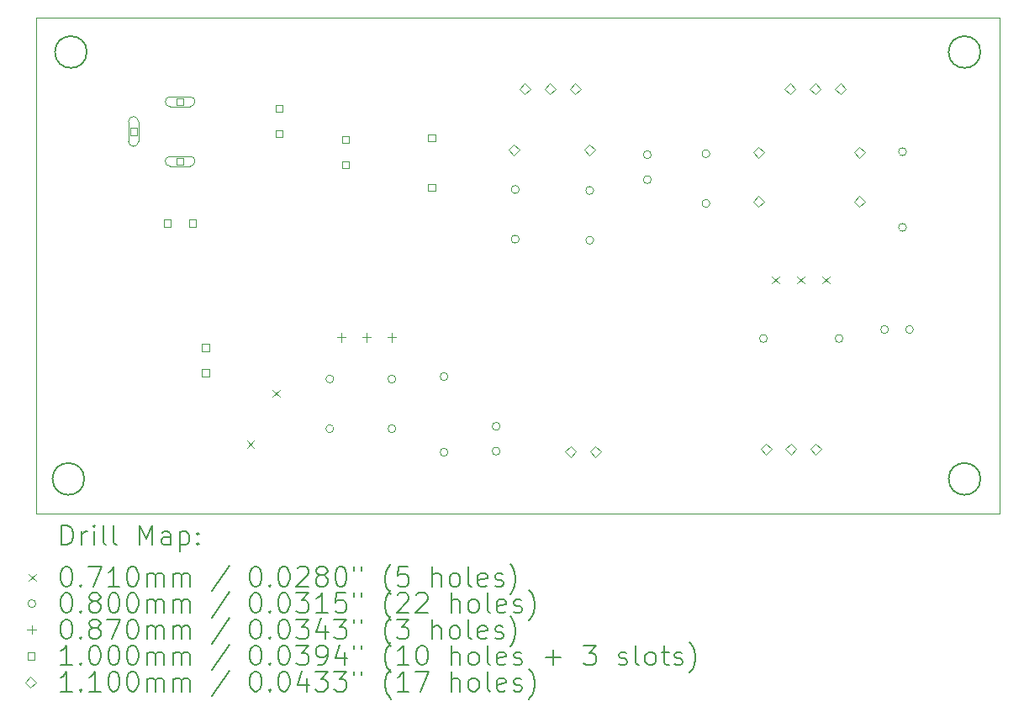
<source format=gbr>
%TF.GenerationSoftware,KiCad,Pcbnew,8.0.2*%
%TF.CreationDate,2024-08-09T17:56:20+09:00*%
%TF.ProjectId,powersupply,706f7765-7273-4757-9070-6c792e6b6963,rev?*%
%TF.SameCoordinates,Original*%
%TF.FileFunction,Drillmap*%
%TF.FilePolarity,Positive*%
%FSLAX45Y45*%
G04 Gerber Fmt 4.5, Leading zero omitted, Abs format (unit mm)*
G04 Created by KiCad (PCBNEW 8.0.2) date 2024-08-09 17:56:20*
%MOMM*%
%LPD*%
G01*
G04 APERTURE LIST*
%ADD10C,0.200000*%
%ADD11C,0.050000*%
%ADD12C,0.100000*%
%ADD13C,0.110000*%
G04 APERTURE END LIST*
D10*
X5835000Y-4425000D02*
G75*
G02*
X5515000Y-4425000I-160000J0D01*
G01*
X5515000Y-4425000D02*
G75*
G02*
X5835000Y-4425000I160000J0D01*
G01*
X14835000Y-8725000D02*
G75*
G02*
X14515000Y-8725000I-160000J0D01*
G01*
X14515000Y-8725000D02*
G75*
G02*
X14835000Y-8725000I160000J0D01*
G01*
X14835000Y-4425000D02*
G75*
G02*
X14515000Y-4425000I-160000J0D01*
G01*
X14515000Y-4425000D02*
G75*
G02*
X14835000Y-4425000I160000J0D01*
G01*
D11*
X5325000Y-4075000D02*
X15025000Y-4075000D01*
X15025000Y-9075000D01*
X5325000Y-9075000D01*
X5325000Y-4075000D01*
D10*
X5810000Y-8725000D02*
G75*
G02*
X5490000Y-8725000I-160000J0D01*
G01*
X5490000Y-8725000D02*
G75*
G02*
X5810000Y-8725000I160000J0D01*
G01*
D12*
X7447500Y-8339500D02*
X7518500Y-8410500D01*
X7518500Y-8339500D02*
X7447500Y-8410500D01*
X7706500Y-7829500D02*
X7777500Y-7900500D01*
X7777500Y-7829500D02*
X7706500Y-7900500D01*
X12736500Y-6684500D02*
X12807500Y-6755500D01*
X12807500Y-6684500D02*
X12736500Y-6755500D01*
X12990500Y-6684500D02*
X13061500Y-6755500D01*
X13061500Y-6684500D02*
X12990500Y-6755500D01*
X13244500Y-6684500D02*
X13315500Y-6755500D01*
X13315500Y-6684500D02*
X13244500Y-6755500D01*
X8323000Y-7719000D02*
G75*
G02*
X8243000Y-7719000I-40000J0D01*
G01*
X8243000Y-7719000D02*
G75*
G02*
X8323000Y-7719000I40000J0D01*
G01*
X8323000Y-8219000D02*
G75*
G02*
X8243000Y-8219000I-40000J0D01*
G01*
X8243000Y-8219000D02*
G75*
G02*
X8323000Y-8219000I40000J0D01*
G01*
X8948000Y-7719000D02*
G75*
G02*
X8868000Y-7719000I-40000J0D01*
G01*
X8868000Y-7719000D02*
G75*
G02*
X8948000Y-7719000I40000J0D01*
G01*
X8948000Y-8219000D02*
G75*
G02*
X8868000Y-8219000I-40000J0D01*
G01*
X8868000Y-8219000D02*
G75*
G02*
X8948000Y-8219000I40000J0D01*
G01*
X9473000Y-7694000D02*
G75*
G02*
X9393000Y-7694000I-40000J0D01*
G01*
X9393000Y-7694000D02*
G75*
G02*
X9473000Y-7694000I40000J0D01*
G01*
X9473000Y-8456000D02*
G75*
G02*
X9393000Y-8456000I-40000J0D01*
G01*
X9393000Y-8456000D02*
G75*
G02*
X9473000Y-8456000I40000J0D01*
G01*
X9998000Y-8195511D02*
G75*
G02*
X9918000Y-8195511I-40000J0D01*
G01*
X9918000Y-8195511D02*
G75*
G02*
X9998000Y-8195511I40000J0D01*
G01*
X9998000Y-8445511D02*
G75*
G02*
X9918000Y-8445511I-40000J0D01*
G01*
X9918000Y-8445511D02*
G75*
G02*
X9998000Y-8445511I40000J0D01*
G01*
X10190000Y-5810000D02*
G75*
G02*
X10110000Y-5810000I-40000J0D01*
G01*
X10110000Y-5810000D02*
G75*
G02*
X10190000Y-5810000I40000J0D01*
G01*
X10190000Y-6310000D02*
G75*
G02*
X10110000Y-6310000I-40000J0D01*
G01*
X10110000Y-6310000D02*
G75*
G02*
X10190000Y-6310000I40000J0D01*
G01*
X10940000Y-5820000D02*
G75*
G02*
X10860000Y-5820000I-40000J0D01*
G01*
X10860000Y-5820000D02*
G75*
G02*
X10940000Y-5820000I40000J0D01*
G01*
X10940000Y-6320000D02*
G75*
G02*
X10860000Y-6320000I-40000J0D01*
G01*
X10860000Y-6320000D02*
G75*
G02*
X10940000Y-6320000I40000J0D01*
G01*
X11520000Y-5460000D02*
G75*
G02*
X11440000Y-5460000I-40000J0D01*
G01*
X11440000Y-5460000D02*
G75*
G02*
X11520000Y-5460000I40000J0D01*
G01*
X11520000Y-5710000D02*
G75*
G02*
X11440000Y-5710000I-40000J0D01*
G01*
X11440000Y-5710000D02*
G75*
G02*
X11520000Y-5710000I40000J0D01*
G01*
X12110000Y-5450000D02*
G75*
G02*
X12030000Y-5450000I-40000J0D01*
G01*
X12030000Y-5450000D02*
G75*
G02*
X12110000Y-5450000I40000J0D01*
G01*
X12110000Y-5950000D02*
G75*
G02*
X12030000Y-5950000I-40000J0D01*
G01*
X12030000Y-5950000D02*
G75*
G02*
X12110000Y-5950000I40000J0D01*
G01*
X12689000Y-7310000D02*
G75*
G02*
X12609000Y-7310000I-40000J0D01*
G01*
X12609000Y-7310000D02*
G75*
G02*
X12689000Y-7310000I40000J0D01*
G01*
X13451000Y-7310000D02*
G75*
G02*
X13371000Y-7310000I-40000J0D01*
G01*
X13371000Y-7310000D02*
G75*
G02*
X13451000Y-7310000I40000J0D01*
G01*
X13910000Y-7220000D02*
G75*
G02*
X13830000Y-7220000I-40000J0D01*
G01*
X13830000Y-7220000D02*
G75*
G02*
X13910000Y-7220000I40000J0D01*
G01*
X14090000Y-5429000D02*
G75*
G02*
X14010000Y-5429000I-40000J0D01*
G01*
X14010000Y-5429000D02*
G75*
G02*
X14090000Y-5429000I40000J0D01*
G01*
X14090000Y-6191000D02*
G75*
G02*
X14010000Y-6191000I-40000J0D01*
G01*
X14010000Y-6191000D02*
G75*
G02*
X14090000Y-6191000I40000J0D01*
G01*
X14160000Y-7220000D02*
G75*
G02*
X14080000Y-7220000I-40000J0D01*
G01*
X14080000Y-7220000D02*
G75*
G02*
X14160000Y-7220000I40000J0D01*
G01*
X8396000Y-7256500D02*
X8396000Y-7343500D01*
X8352500Y-7300000D02*
X8439500Y-7300000D01*
X8650000Y-7256500D02*
X8650000Y-7343500D01*
X8606500Y-7300000D02*
X8693500Y-7300000D01*
X8904000Y-7256500D02*
X8904000Y-7343500D01*
X8860500Y-7300000D02*
X8947500Y-7300000D01*
X6340356Y-5260356D02*
X6340356Y-5189644D01*
X6269644Y-5189644D01*
X6269644Y-5260356D01*
X6340356Y-5260356D01*
X6255000Y-5125000D02*
X6255000Y-5325000D01*
X6355000Y-5325000D02*
G75*
G02*
X6255000Y-5325000I-50000J0D01*
G01*
X6355000Y-5325000D02*
X6355000Y-5125000D01*
X6355000Y-5125000D02*
G75*
G03*
X6255000Y-5125000I-50000J0D01*
G01*
X6681356Y-6185356D02*
X6681356Y-6114644D01*
X6610644Y-6114644D01*
X6610644Y-6185356D01*
X6681356Y-6185356D01*
X6810356Y-4960356D02*
X6810356Y-4889644D01*
X6739644Y-4889644D01*
X6739644Y-4960356D01*
X6810356Y-4960356D01*
X6875000Y-4875000D02*
X6675000Y-4875000D01*
X6675000Y-4975000D02*
G75*
G02*
X6675000Y-4875000I0J50000D01*
G01*
X6675000Y-4975000D02*
X6875000Y-4975000D01*
X6875000Y-4975000D02*
G75*
G03*
X6875000Y-4875000I0J50000D01*
G01*
X6810356Y-5560356D02*
X6810356Y-5489644D01*
X6739644Y-5489644D01*
X6739644Y-5560356D01*
X6810356Y-5560356D01*
X6875000Y-5475000D02*
X6675000Y-5475000D01*
X6675000Y-5575000D02*
G75*
G02*
X6675000Y-5475000I0J50000D01*
G01*
X6675000Y-5575000D02*
X6875000Y-5575000D01*
X6875000Y-5575000D02*
G75*
G03*
X6875000Y-5475000I0J50000D01*
G01*
X6935356Y-6185356D02*
X6935356Y-6114644D01*
X6864644Y-6114644D01*
X6864644Y-6185356D01*
X6935356Y-6185356D01*
X7068356Y-7436356D02*
X7068356Y-7365644D01*
X6997644Y-7365644D01*
X6997644Y-7436356D01*
X7068356Y-7436356D01*
X7068356Y-7690356D02*
X7068356Y-7619644D01*
X6997644Y-7619644D01*
X6997644Y-7690356D01*
X7068356Y-7690356D01*
X7807856Y-5031356D02*
X7807856Y-4960644D01*
X7737144Y-4960644D01*
X7737144Y-5031356D01*
X7807856Y-5031356D01*
X7807856Y-5285356D02*
X7807856Y-5214644D01*
X7737144Y-5214644D01*
X7737144Y-5285356D01*
X7807856Y-5285356D01*
X8475356Y-5341356D02*
X8475356Y-5270644D01*
X8404644Y-5270644D01*
X8404644Y-5341356D01*
X8475356Y-5341356D01*
X8475356Y-5595356D02*
X8475356Y-5524644D01*
X8404644Y-5524644D01*
X8404644Y-5595356D01*
X8475356Y-5595356D01*
X9345356Y-5325356D02*
X9345356Y-5254644D01*
X9274644Y-5254644D01*
X9274644Y-5325356D01*
X9345356Y-5325356D01*
X9345356Y-5825356D02*
X9345356Y-5754644D01*
X9274644Y-5754644D01*
X9274644Y-5825356D01*
X9345356Y-5825356D01*
D13*
X10138000Y-5465000D02*
X10193000Y-5410000D01*
X10138000Y-5355000D01*
X10083000Y-5410000D01*
X10138000Y-5465000D01*
X10246000Y-4849500D02*
X10301000Y-4794500D01*
X10246000Y-4739500D01*
X10191000Y-4794500D01*
X10246000Y-4849500D01*
X10500000Y-4849500D02*
X10555000Y-4794500D01*
X10500000Y-4739500D01*
X10445000Y-4794500D01*
X10500000Y-4849500D01*
X10708000Y-8505000D02*
X10763000Y-8450000D01*
X10708000Y-8395000D01*
X10653000Y-8450000D01*
X10708000Y-8505000D01*
X10754000Y-4849500D02*
X10809000Y-4794500D01*
X10754000Y-4739500D01*
X10699000Y-4794500D01*
X10754000Y-4849500D01*
X10900000Y-5465000D02*
X10955000Y-5410000D01*
X10900000Y-5355000D01*
X10845000Y-5410000D01*
X10900000Y-5465000D01*
X10958000Y-8505000D02*
X11013000Y-8450000D01*
X10958000Y-8395000D01*
X10903000Y-8450000D01*
X10958000Y-8505000D01*
X12602000Y-5489489D02*
X12657000Y-5434489D01*
X12602000Y-5379489D01*
X12547000Y-5434489D01*
X12602000Y-5489489D01*
X12602000Y-5985000D02*
X12657000Y-5930000D01*
X12602000Y-5875000D01*
X12547000Y-5930000D01*
X12602000Y-5985000D01*
X12675000Y-8480000D02*
X12730000Y-8425000D01*
X12675000Y-8370000D01*
X12620000Y-8425000D01*
X12675000Y-8480000D01*
X12916000Y-4849500D02*
X12971000Y-4794500D01*
X12916000Y-4739500D01*
X12861000Y-4794500D01*
X12916000Y-4849500D01*
X12925000Y-8480000D02*
X12980000Y-8425000D01*
X12925000Y-8370000D01*
X12870000Y-8425000D01*
X12925000Y-8480000D01*
X13170000Y-4849500D02*
X13225000Y-4794500D01*
X13170000Y-4739500D01*
X13115000Y-4794500D01*
X13170000Y-4849500D01*
X13175000Y-8480000D02*
X13230000Y-8425000D01*
X13175000Y-8370000D01*
X13120000Y-8425000D01*
X13175000Y-8480000D01*
X13424000Y-4849500D02*
X13479000Y-4794500D01*
X13424000Y-4739500D01*
X13369000Y-4794500D01*
X13424000Y-4849500D01*
X13618000Y-5489489D02*
X13673000Y-5434489D01*
X13618000Y-5379489D01*
X13563000Y-5434489D01*
X13618000Y-5489489D01*
X13618000Y-5985000D02*
X13673000Y-5930000D01*
X13618000Y-5875000D01*
X13563000Y-5930000D01*
X13618000Y-5985000D01*
D10*
X5583277Y-9388984D02*
X5583277Y-9188984D01*
X5583277Y-9188984D02*
X5630896Y-9188984D01*
X5630896Y-9188984D02*
X5659467Y-9198508D01*
X5659467Y-9198508D02*
X5678515Y-9217555D01*
X5678515Y-9217555D02*
X5688039Y-9236603D01*
X5688039Y-9236603D02*
X5697562Y-9274698D01*
X5697562Y-9274698D02*
X5697562Y-9303270D01*
X5697562Y-9303270D02*
X5688039Y-9341365D01*
X5688039Y-9341365D02*
X5678515Y-9360412D01*
X5678515Y-9360412D02*
X5659467Y-9379460D01*
X5659467Y-9379460D02*
X5630896Y-9388984D01*
X5630896Y-9388984D02*
X5583277Y-9388984D01*
X5783277Y-9388984D02*
X5783277Y-9255650D01*
X5783277Y-9293746D02*
X5792801Y-9274698D01*
X5792801Y-9274698D02*
X5802324Y-9265174D01*
X5802324Y-9265174D02*
X5821372Y-9255650D01*
X5821372Y-9255650D02*
X5840420Y-9255650D01*
X5907086Y-9388984D02*
X5907086Y-9255650D01*
X5907086Y-9188984D02*
X5897562Y-9198508D01*
X5897562Y-9198508D02*
X5907086Y-9208031D01*
X5907086Y-9208031D02*
X5916610Y-9198508D01*
X5916610Y-9198508D02*
X5907086Y-9188984D01*
X5907086Y-9188984D02*
X5907086Y-9208031D01*
X6030896Y-9388984D02*
X6011848Y-9379460D01*
X6011848Y-9379460D02*
X6002324Y-9360412D01*
X6002324Y-9360412D02*
X6002324Y-9188984D01*
X6135658Y-9388984D02*
X6116610Y-9379460D01*
X6116610Y-9379460D02*
X6107086Y-9360412D01*
X6107086Y-9360412D02*
X6107086Y-9188984D01*
X6364229Y-9388984D02*
X6364229Y-9188984D01*
X6364229Y-9188984D02*
X6430896Y-9331841D01*
X6430896Y-9331841D02*
X6497562Y-9188984D01*
X6497562Y-9188984D02*
X6497562Y-9388984D01*
X6678515Y-9388984D02*
X6678515Y-9284222D01*
X6678515Y-9284222D02*
X6668991Y-9265174D01*
X6668991Y-9265174D02*
X6649943Y-9255650D01*
X6649943Y-9255650D02*
X6611848Y-9255650D01*
X6611848Y-9255650D02*
X6592801Y-9265174D01*
X6678515Y-9379460D02*
X6659467Y-9388984D01*
X6659467Y-9388984D02*
X6611848Y-9388984D01*
X6611848Y-9388984D02*
X6592801Y-9379460D01*
X6592801Y-9379460D02*
X6583277Y-9360412D01*
X6583277Y-9360412D02*
X6583277Y-9341365D01*
X6583277Y-9341365D02*
X6592801Y-9322317D01*
X6592801Y-9322317D02*
X6611848Y-9312793D01*
X6611848Y-9312793D02*
X6659467Y-9312793D01*
X6659467Y-9312793D02*
X6678515Y-9303270D01*
X6773753Y-9255650D02*
X6773753Y-9455650D01*
X6773753Y-9265174D02*
X6792801Y-9255650D01*
X6792801Y-9255650D02*
X6830896Y-9255650D01*
X6830896Y-9255650D02*
X6849943Y-9265174D01*
X6849943Y-9265174D02*
X6859467Y-9274698D01*
X6859467Y-9274698D02*
X6868991Y-9293746D01*
X6868991Y-9293746D02*
X6868991Y-9350889D01*
X6868991Y-9350889D02*
X6859467Y-9369936D01*
X6859467Y-9369936D02*
X6849943Y-9379460D01*
X6849943Y-9379460D02*
X6830896Y-9388984D01*
X6830896Y-9388984D02*
X6792801Y-9388984D01*
X6792801Y-9388984D02*
X6773753Y-9379460D01*
X6954705Y-9369936D02*
X6964229Y-9379460D01*
X6964229Y-9379460D02*
X6954705Y-9388984D01*
X6954705Y-9388984D02*
X6945182Y-9379460D01*
X6945182Y-9379460D02*
X6954705Y-9369936D01*
X6954705Y-9369936D02*
X6954705Y-9388984D01*
X6954705Y-9265174D02*
X6964229Y-9274698D01*
X6964229Y-9274698D02*
X6954705Y-9284222D01*
X6954705Y-9284222D02*
X6945182Y-9274698D01*
X6945182Y-9274698D02*
X6954705Y-9265174D01*
X6954705Y-9265174D02*
X6954705Y-9284222D01*
D12*
X5251500Y-9682000D02*
X5322500Y-9753000D01*
X5322500Y-9682000D02*
X5251500Y-9753000D01*
D10*
X5621372Y-9608984D02*
X5640420Y-9608984D01*
X5640420Y-9608984D02*
X5659467Y-9618508D01*
X5659467Y-9618508D02*
X5668991Y-9628031D01*
X5668991Y-9628031D02*
X5678515Y-9647079D01*
X5678515Y-9647079D02*
X5688039Y-9685174D01*
X5688039Y-9685174D02*
X5688039Y-9732793D01*
X5688039Y-9732793D02*
X5678515Y-9770889D01*
X5678515Y-9770889D02*
X5668991Y-9789936D01*
X5668991Y-9789936D02*
X5659467Y-9799460D01*
X5659467Y-9799460D02*
X5640420Y-9808984D01*
X5640420Y-9808984D02*
X5621372Y-9808984D01*
X5621372Y-9808984D02*
X5602324Y-9799460D01*
X5602324Y-9799460D02*
X5592801Y-9789936D01*
X5592801Y-9789936D02*
X5583277Y-9770889D01*
X5583277Y-9770889D02*
X5573753Y-9732793D01*
X5573753Y-9732793D02*
X5573753Y-9685174D01*
X5573753Y-9685174D02*
X5583277Y-9647079D01*
X5583277Y-9647079D02*
X5592801Y-9628031D01*
X5592801Y-9628031D02*
X5602324Y-9618508D01*
X5602324Y-9618508D02*
X5621372Y-9608984D01*
X5773753Y-9789936D02*
X5783277Y-9799460D01*
X5783277Y-9799460D02*
X5773753Y-9808984D01*
X5773753Y-9808984D02*
X5764229Y-9799460D01*
X5764229Y-9799460D02*
X5773753Y-9789936D01*
X5773753Y-9789936D02*
X5773753Y-9808984D01*
X5849943Y-9608984D02*
X5983277Y-9608984D01*
X5983277Y-9608984D02*
X5897562Y-9808984D01*
X6164229Y-9808984D02*
X6049943Y-9808984D01*
X6107086Y-9808984D02*
X6107086Y-9608984D01*
X6107086Y-9608984D02*
X6088039Y-9637555D01*
X6088039Y-9637555D02*
X6068991Y-9656603D01*
X6068991Y-9656603D02*
X6049943Y-9666127D01*
X6288039Y-9608984D02*
X6307086Y-9608984D01*
X6307086Y-9608984D02*
X6326134Y-9618508D01*
X6326134Y-9618508D02*
X6335658Y-9628031D01*
X6335658Y-9628031D02*
X6345182Y-9647079D01*
X6345182Y-9647079D02*
X6354705Y-9685174D01*
X6354705Y-9685174D02*
X6354705Y-9732793D01*
X6354705Y-9732793D02*
X6345182Y-9770889D01*
X6345182Y-9770889D02*
X6335658Y-9789936D01*
X6335658Y-9789936D02*
X6326134Y-9799460D01*
X6326134Y-9799460D02*
X6307086Y-9808984D01*
X6307086Y-9808984D02*
X6288039Y-9808984D01*
X6288039Y-9808984D02*
X6268991Y-9799460D01*
X6268991Y-9799460D02*
X6259467Y-9789936D01*
X6259467Y-9789936D02*
X6249943Y-9770889D01*
X6249943Y-9770889D02*
X6240420Y-9732793D01*
X6240420Y-9732793D02*
X6240420Y-9685174D01*
X6240420Y-9685174D02*
X6249943Y-9647079D01*
X6249943Y-9647079D02*
X6259467Y-9628031D01*
X6259467Y-9628031D02*
X6268991Y-9618508D01*
X6268991Y-9618508D02*
X6288039Y-9608984D01*
X6440420Y-9808984D02*
X6440420Y-9675650D01*
X6440420Y-9694698D02*
X6449943Y-9685174D01*
X6449943Y-9685174D02*
X6468991Y-9675650D01*
X6468991Y-9675650D02*
X6497563Y-9675650D01*
X6497563Y-9675650D02*
X6516610Y-9685174D01*
X6516610Y-9685174D02*
X6526134Y-9704222D01*
X6526134Y-9704222D02*
X6526134Y-9808984D01*
X6526134Y-9704222D02*
X6535658Y-9685174D01*
X6535658Y-9685174D02*
X6554705Y-9675650D01*
X6554705Y-9675650D02*
X6583277Y-9675650D01*
X6583277Y-9675650D02*
X6602324Y-9685174D01*
X6602324Y-9685174D02*
X6611848Y-9704222D01*
X6611848Y-9704222D02*
X6611848Y-9808984D01*
X6707086Y-9808984D02*
X6707086Y-9675650D01*
X6707086Y-9694698D02*
X6716610Y-9685174D01*
X6716610Y-9685174D02*
X6735658Y-9675650D01*
X6735658Y-9675650D02*
X6764229Y-9675650D01*
X6764229Y-9675650D02*
X6783277Y-9685174D01*
X6783277Y-9685174D02*
X6792801Y-9704222D01*
X6792801Y-9704222D02*
X6792801Y-9808984D01*
X6792801Y-9704222D02*
X6802324Y-9685174D01*
X6802324Y-9685174D02*
X6821372Y-9675650D01*
X6821372Y-9675650D02*
X6849943Y-9675650D01*
X6849943Y-9675650D02*
X6868991Y-9685174D01*
X6868991Y-9685174D02*
X6878515Y-9704222D01*
X6878515Y-9704222D02*
X6878515Y-9808984D01*
X7268991Y-9599460D02*
X7097563Y-9856603D01*
X7526134Y-9608984D02*
X7545182Y-9608984D01*
X7545182Y-9608984D02*
X7564229Y-9618508D01*
X7564229Y-9618508D02*
X7573753Y-9628031D01*
X7573753Y-9628031D02*
X7583277Y-9647079D01*
X7583277Y-9647079D02*
X7592801Y-9685174D01*
X7592801Y-9685174D02*
X7592801Y-9732793D01*
X7592801Y-9732793D02*
X7583277Y-9770889D01*
X7583277Y-9770889D02*
X7573753Y-9789936D01*
X7573753Y-9789936D02*
X7564229Y-9799460D01*
X7564229Y-9799460D02*
X7545182Y-9808984D01*
X7545182Y-9808984D02*
X7526134Y-9808984D01*
X7526134Y-9808984D02*
X7507086Y-9799460D01*
X7507086Y-9799460D02*
X7497563Y-9789936D01*
X7497563Y-9789936D02*
X7488039Y-9770889D01*
X7488039Y-9770889D02*
X7478515Y-9732793D01*
X7478515Y-9732793D02*
X7478515Y-9685174D01*
X7478515Y-9685174D02*
X7488039Y-9647079D01*
X7488039Y-9647079D02*
X7497563Y-9628031D01*
X7497563Y-9628031D02*
X7507086Y-9618508D01*
X7507086Y-9618508D02*
X7526134Y-9608984D01*
X7678515Y-9789936D02*
X7688039Y-9799460D01*
X7688039Y-9799460D02*
X7678515Y-9808984D01*
X7678515Y-9808984D02*
X7668991Y-9799460D01*
X7668991Y-9799460D02*
X7678515Y-9789936D01*
X7678515Y-9789936D02*
X7678515Y-9808984D01*
X7811848Y-9608984D02*
X7830896Y-9608984D01*
X7830896Y-9608984D02*
X7849944Y-9618508D01*
X7849944Y-9618508D02*
X7859467Y-9628031D01*
X7859467Y-9628031D02*
X7868991Y-9647079D01*
X7868991Y-9647079D02*
X7878515Y-9685174D01*
X7878515Y-9685174D02*
X7878515Y-9732793D01*
X7878515Y-9732793D02*
X7868991Y-9770889D01*
X7868991Y-9770889D02*
X7859467Y-9789936D01*
X7859467Y-9789936D02*
X7849944Y-9799460D01*
X7849944Y-9799460D02*
X7830896Y-9808984D01*
X7830896Y-9808984D02*
X7811848Y-9808984D01*
X7811848Y-9808984D02*
X7792801Y-9799460D01*
X7792801Y-9799460D02*
X7783277Y-9789936D01*
X7783277Y-9789936D02*
X7773753Y-9770889D01*
X7773753Y-9770889D02*
X7764229Y-9732793D01*
X7764229Y-9732793D02*
X7764229Y-9685174D01*
X7764229Y-9685174D02*
X7773753Y-9647079D01*
X7773753Y-9647079D02*
X7783277Y-9628031D01*
X7783277Y-9628031D02*
X7792801Y-9618508D01*
X7792801Y-9618508D02*
X7811848Y-9608984D01*
X7954706Y-9628031D02*
X7964229Y-9618508D01*
X7964229Y-9618508D02*
X7983277Y-9608984D01*
X7983277Y-9608984D02*
X8030896Y-9608984D01*
X8030896Y-9608984D02*
X8049944Y-9618508D01*
X8049944Y-9618508D02*
X8059467Y-9628031D01*
X8059467Y-9628031D02*
X8068991Y-9647079D01*
X8068991Y-9647079D02*
X8068991Y-9666127D01*
X8068991Y-9666127D02*
X8059467Y-9694698D01*
X8059467Y-9694698D02*
X7945182Y-9808984D01*
X7945182Y-9808984D02*
X8068991Y-9808984D01*
X8183277Y-9694698D02*
X8164229Y-9685174D01*
X8164229Y-9685174D02*
X8154706Y-9675650D01*
X8154706Y-9675650D02*
X8145182Y-9656603D01*
X8145182Y-9656603D02*
X8145182Y-9647079D01*
X8145182Y-9647079D02*
X8154706Y-9628031D01*
X8154706Y-9628031D02*
X8164229Y-9618508D01*
X8164229Y-9618508D02*
X8183277Y-9608984D01*
X8183277Y-9608984D02*
X8221372Y-9608984D01*
X8221372Y-9608984D02*
X8240420Y-9618508D01*
X8240420Y-9618508D02*
X8249944Y-9628031D01*
X8249944Y-9628031D02*
X8259467Y-9647079D01*
X8259467Y-9647079D02*
X8259467Y-9656603D01*
X8259467Y-9656603D02*
X8249944Y-9675650D01*
X8249944Y-9675650D02*
X8240420Y-9685174D01*
X8240420Y-9685174D02*
X8221372Y-9694698D01*
X8221372Y-9694698D02*
X8183277Y-9694698D01*
X8183277Y-9694698D02*
X8164229Y-9704222D01*
X8164229Y-9704222D02*
X8154706Y-9713746D01*
X8154706Y-9713746D02*
X8145182Y-9732793D01*
X8145182Y-9732793D02*
X8145182Y-9770889D01*
X8145182Y-9770889D02*
X8154706Y-9789936D01*
X8154706Y-9789936D02*
X8164229Y-9799460D01*
X8164229Y-9799460D02*
X8183277Y-9808984D01*
X8183277Y-9808984D02*
X8221372Y-9808984D01*
X8221372Y-9808984D02*
X8240420Y-9799460D01*
X8240420Y-9799460D02*
X8249944Y-9789936D01*
X8249944Y-9789936D02*
X8259467Y-9770889D01*
X8259467Y-9770889D02*
X8259467Y-9732793D01*
X8259467Y-9732793D02*
X8249944Y-9713746D01*
X8249944Y-9713746D02*
X8240420Y-9704222D01*
X8240420Y-9704222D02*
X8221372Y-9694698D01*
X8383277Y-9608984D02*
X8402325Y-9608984D01*
X8402325Y-9608984D02*
X8421372Y-9618508D01*
X8421372Y-9618508D02*
X8430896Y-9628031D01*
X8430896Y-9628031D02*
X8440420Y-9647079D01*
X8440420Y-9647079D02*
X8449944Y-9685174D01*
X8449944Y-9685174D02*
X8449944Y-9732793D01*
X8449944Y-9732793D02*
X8440420Y-9770889D01*
X8440420Y-9770889D02*
X8430896Y-9789936D01*
X8430896Y-9789936D02*
X8421372Y-9799460D01*
X8421372Y-9799460D02*
X8402325Y-9808984D01*
X8402325Y-9808984D02*
X8383277Y-9808984D01*
X8383277Y-9808984D02*
X8364229Y-9799460D01*
X8364229Y-9799460D02*
X8354706Y-9789936D01*
X8354706Y-9789936D02*
X8345182Y-9770889D01*
X8345182Y-9770889D02*
X8335658Y-9732793D01*
X8335658Y-9732793D02*
X8335658Y-9685174D01*
X8335658Y-9685174D02*
X8345182Y-9647079D01*
X8345182Y-9647079D02*
X8354706Y-9628031D01*
X8354706Y-9628031D02*
X8364229Y-9618508D01*
X8364229Y-9618508D02*
X8383277Y-9608984D01*
X8526134Y-9608984D02*
X8526134Y-9647079D01*
X8602325Y-9608984D02*
X8602325Y-9647079D01*
X8897563Y-9885174D02*
X8888039Y-9875650D01*
X8888039Y-9875650D02*
X8868991Y-9847079D01*
X8868991Y-9847079D02*
X8859468Y-9828031D01*
X8859468Y-9828031D02*
X8849944Y-9799460D01*
X8849944Y-9799460D02*
X8840420Y-9751841D01*
X8840420Y-9751841D02*
X8840420Y-9713746D01*
X8840420Y-9713746D02*
X8849944Y-9666127D01*
X8849944Y-9666127D02*
X8859468Y-9637555D01*
X8859468Y-9637555D02*
X8868991Y-9618508D01*
X8868991Y-9618508D02*
X8888039Y-9589936D01*
X8888039Y-9589936D02*
X8897563Y-9580412D01*
X9068991Y-9608984D02*
X8973753Y-9608984D01*
X8973753Y-9608984D02*
X8964230Y-9704222D01*
X8964230Y-9704222D02*
X8973753Y-9694698D01*
X8973753Y-9694698D02*
X8992801Y-9685174D01*
X8992801Y-9685174D02*
X9040420Y-9685174D01*
X9040420Y-9685174D02*
X9059468Y-9694698D01*
X9059468Y-9694698D02*
X9068991Y-9704222D01*
X9068991Y-9704222D02*
X9078515Y-9723270D01*
X9078515Y-9723270D02*
X9078515Y-9770889D01*
X9078515Y-9770889D02*
X9068991Y-9789936D01*
X9068991Y-9789936D02*
X9059468Y-9799460D01*
X9059468Y-9799460D02*
X9040420Y-9808984D01*
X9040420Y-9808984D02*
X8992801Y-9808984D01*
X8992801Y-9808984D02*
X8973753Y-9799460D01*
X8973753Y-9799460D02*
X8964230Y-9789936D01*
X9316611Y-9808984D02*
X9316611Y-9608984D01*
X9402325Y-9808984D02*
X9402325Y-9704222D01*
X9402325Y-9704222D02*
X9392801Y-9685174D01*
X9392801Y-9685174D02*
X9373753Y-9675650D01*
X9373753Y-9675650D02*
X9345182Y-9675650D01*
X9345182Y-9675650D02*
X9326134Y-9685174D01*
X9326134Y-9685174D02*
X9316611Y-9694698D01*
X9526134Y-9808984D02*
X9507087Y-9799460D01*
X9507087Y-9799460D02*
X9497563Y-9789936D01*
X9497563Y-9789936D02*
X9488039Y-9770889D01*
X9488039Y-9770889D02*
X9488039Y-9713746D01*
X9488039Y-9713746D02*
X9497563Y-9694698D01*
X9497563Y-9694698D02*
X9507087Y-9685174D01*
X9507087Y-9685174D02*
X9526134Y-9675650D01*
X9526134Y-9675650D02*
X9554706Y-9675650D01*
X9554706Y-9675650D02*
X9573753Y-9685174D01*
X9573753Y-9685174D02*
X9583277Y-9694698D01*
X9583277Y-9694698D02*
X9592801Y-9713746D01*
X9592801Y-9713746D02*
X9592801Y-9770889D01*
X9592801Y-9770889D02*
X9583277Y-9789936D01*
X9583277Y-9789936D02*
X9573753Y-9799460D01*
X9573753Y-9799460D02*
X9554706Y-9808984D01*
X9554706Y-9808984D02*
X9526134Y-9808984D01*
X9707087Y-9808984D02*
X9688039Y-9799460D01*
X9688039Y-9799460D02*
X9678515Y-9780412D01*
X9678515Y-9780412D02*
X9678515Y-9608984D01*
X9859468Y-9799460D02*
X9840420Y-9808984D01*
X9840420Y-9808984D02*
X9802325Y-9808984D01*
X9802325Y-9808984D02*
X9783277Y-9799460D01*
X9783277Y-9799460D02*
X9773753Y-9780412D01*
X9773753Y-9780412D02*
X9773753Y-9704222D01*
X9773753Y-9704222D02*
X9783277Y-9685174D01*
X9783277Y-9685174D02*
X9802325Y-9675650D01*
X9802325Y-9675650D02*
X9840420Y-9675650D01*
X9840420Y-9675650D02*
X9859468Y-9685174D01*
X9859468Y-9685174D02*
X9868992Y-9704222D01*
X9868992Y-9704222D02*
X9868992Y-9723270D01*
X9868992Y-9723270D02*
X9773753Y-9742317D01*
X9945182Y-9799460D02*
X9964230Y-9808984D01*
X9964230Y-9808984D02*
X10002325Y-9808984D01*
X10002325Y-9808984D02*
X10021373Y-9799460D01*
X10021373Y-9799460D02*
X10030896Y-9780412D01*
X10030896Y-9780412D02*
X10030896Y-9770889D01*
X10030896Y-9770889D02*
X10021373Y-9751841D01*
X10021373Y-9751841D02*
X10002325Y-9742317D01*
X10002325Y-9742317D02*
X9973753Y-9742317D01*
X9973753Y-9742317D02*
X9954706Y-9732793D01*
X9954706Y-9732793D02*
X9945182Y-9713746D01*
X9945182Y-9713746D02*
X9945182Y-9704222D01*
X9945182Y-9704222D02*
X9954706Y-9685174D01*
X9954706Y-9685174D02*
X9973753Y-9675650D01*
X9973753Y-9675650D02*
X10002325Y-9675650D01*
X10002325Y-9675650D02*
X10021373Y-9685174D01*
X10097563Y-9885174D02*
X10107087Y-9875650D01*
X10107087Y-9875650D02*
X10126134Y-9847079D01*
X10126134Y-9847079D02*
X10135658Y-9828031D01*
X10135658Y-9828031D02*
X10145182Y-9799460D01*
X10145182Y-9799460D02*
X10154706Y-9751841D01*
X10154706Y-9751841D02*
X10154706Y-9713746D01*
X10154706Y-9713746D02*
X10145182Y-9666127D01*
X10145182Y-9666127D02*
X10135658Y-9637555D01*
X10135658Y-9637555D02*
X10126134Y-9618508D01*
X10126134Y-9618508D02*
X10107087Y-9589936D01*
X10107087Y-9589936D02*
X10097563Y-9580412D01*
D12*
X5322500Y-9981500D02*
G75*
G02*
X5242500Y-9981500I-40000J0D01*
G01*
X5242500Y-9981500D02*
G75*
G02*
X5322500Y-9981500I40000J0D01*
G01*
D10*
X5621372Y-9872984D02*
X5640420Y-9872984D01*
X5640420Y-9872984D02*
X5659467Y-9882508D01*
X5659467Y-9882508D02*
X5668991Y-9892031D01*
X5668991Y-9892031D02*
X5678515Y-9911079D01*
X5678515Y-9911079D02*
X5688039Y-9949174D01*
X5688039Y-9949174D02*
X5688039Y-9996793D01*
X5688039Y-9996793D02*
X5678515Y-10034889D01*
X5678515Y-10034889D02*
X5668991Y-10053936D01*
X5668991Y-10053936D02*
X5659467Y-10063460D01*
X5659467Y-10063460D02*
X5640420Y-10072984D01*
X5640420Y-10072984D02*
X5621372Y-10072984D01*
X5621372Y-10072984D02*
X5602324Y-10063460D01*
X5602324Y-10063460D02*
X5592801Y-10053936D01*
X5592801Y-10053936D02*
X5583277Y-10034889D01*
X5583277Y-10034889D02*
X5573753Y-9996793D01*
X5573753Y-9996793D02*
X5573753Y-9949174D01*
X5573753Y-9949174D02*
X5583277Y-9911079D01*
X5583277Y-9911079D02*
X5592801Y-9892031D01*
X5592801Y-9892031D02*
X5602324Y-9882508D01*
X5602324Y-9882508D02*
X5621372Y-9872984D01*
X5773753Y-10053936D02*
X5783277Y-10063460D01*
X5783277Y-10063460D02*
X5773753Y-10072984D01*
X5773753Y-10072984D02*
X5764229Y-10063460D01*
X5764229Y-10063460D02*
X5773753Y-10053936D01*
X5773753Y-10053936D02*
X5773753Y-10072984D01*
X5897562Y-9958698D02*
X5878515Y-9949174D01*
X5878515Y-9949174D02*
X5868991Y-9939650D01*
X5868991Y-9939650D02*
X5859467Y-9920603D01*
X5859467Y-9920603D02*
X5859467Y-9911079D01*
X5859467Y-9911079D02*
X5868991Y-9892031D01*
X5868991Y-9892031D02*
X5878515Y-9882508D01*
X5878515Y-9882508D02*
X5897562Y-9872984D01*
X5897562Y-9872984D02*
X5935658Y-9872984D01*
X5935658Y-9872984D02*
X5954705Y-9882508D01*
X5954705Y-9882508D02*
X5964229Y-9892031D01*
X5964229Y-9892031D02*
X5973753Y-9911079D01*
X5973753Y-9911079D02*
X5973753Y-9920603D01*
X5973753Y-9920603D02*
X5964229Y-9939650D01*
X5964229Y-9939650D02*
X5954705Y-9949174D01*
X5954705Y-9949174D02*
X5935658Y-9958698D01*
X5935658Y-9958698D02*
X5897562Y-9958698D01*
X5897562Y-9958698D02*
X5878515Y-9968222D01*
X5878515Y-9968222D02*
X5868991Y-9977746D01*
X5868991Y-9977746D02*
X5859467Y-9996793D01*
X5859467Y-9996793D02*
X5859467Y-10034889D01*
X5859467Y-10034889D02*
X5868991Y-10053936D01*
X5868991Y-10053936D02*
X5878515Y-10063460D01*
X5878515Y-10063460D02*
X5897562Y-10072984D01*
X5897562Y-10072984D02*
X5935658Y-10072984D01*
X5935658Y-10072984D02*
X5954705Y-10063460D01*
X5954705Y-10063460D02*
X5964229Y-10053936D01*
X5964229Y-10053936D02*
X5973753Y-10034889D01*
X5973753Y-10034889D02*
X5973753Y-9996793D01*
X5973753Y-9996793D02*
X5964229Y-9977746D01*
X5964229Y-9977746D02*
X5954705Y-9968222D01*
X5954705Y-9968222D02*
X5935658Y-9958698D01*
X6097562Y-9872984D02*
X6116610Y-9872984D01*
X6116610Y-9872984D02*
X6135658Y-9882508D01*
X6135658Y-9882508D02*
X6145182Y-9892031D01*
X6145182Y-9892031D02*
X6154705Y-9911079D01*
X6154705Y-9911079D02*
X6164229Y-9949174D01*
X6164229Y-9949174D02*
X6164229Y-9996793D01*
X6164229Y-9996793D02*
X6154705Y-10034889D01*
X6154705Y-10034889D02*
X6145182Y-10053936D01*
X6145182Y-10053936D02*
X6135658Y-10063460D01*
X6135658Y-10063460D02*
X6116610Y-10072984D01*
X6116610Y-10072984D02*
X6097562Y-10072984D01*
X6097562Y-10072984D02*
X6078515Y-10063460D01*
X6078515Y-10063460D02*
X6068991Y-10053936D01*
X6068991Y-10053936D02*
X6059467Y-10034889D01*
X6059467Y-10034889D02*
X6049943Y-9996793D01*
X6049943Y-9996793D02*
X6049943Y-9949174D01*
X6049943Y-9949174D02*
X6059467Y-9911079D01*
X6059467Y-9911079D02*
X6068991Y-9892031D01*
X6068991Y-9892031D02*
X6078515Y-9882508D01*
X6078515Y-9882508D02*
X6097562Y-9872984D01*
X6288039Y-9872984D02*
X6307086Y-9872984D01*
X6307086Y-9872984D02*
X6326134Y-9882508D01*
X6326134Y-9882508D02*
X6335658Y-9892031D01*
X6335658Y-9892031D02*
X6345182Y-9911079D01*
X6345182Y-9911079D02*
X6354705Y-9949174D01*
X6354705Y-9949174D02*
X6354705Y-9996793D01*
X6354705Y-9996793D02*
X6345182Y-10034889D01*
X6345182Y-10034889D02*
X6335658Y-10053936D01*
X6335658Y-10053936D02*
X6326134Y-10063460D01*
X6326134Y-10063460D02*
X6307086Y-10072984D01*
X6307086Y-10072984D02*
X6288039Y-10072984D01*
X6288039Y-10072984D02*
X6268991Y-10063460D01*
X6268991Y-10063460D02*
X6259467Y-10053936D01*
X6259467Y-10053936D02*
X6249943Y-10034889D01*
X6249943Y-10034889D02*
X6240420Y-9996793D01*
X6240420Y-9996793D02*
X6240420Y-9949174D01*
X6240420Y-9949174D02*
X6249943Y-9911079D01*
X6249943Y-9911079D02*
X6259467Y-9892031D01*
X6259467Y-9892031D02*
X6268991Y-9882508D01*
X6268991Y-9882508D02*
X6288039Y-9872984D01*
X6440420Y-10072984D02*
X6440420Y-9939650D01*
X6440420Y-9958698D02*
X6449943Y-9949174D01*
X6449943Y-9949174D02*
X6468991Y-9939650D01*
X6468991Y-9939650D02*
X6497563Y-9939650D01*
X6497563Y-9939650D02*
X6516610Y-9949174D01*
X6516610Y-9949174D02*
X6526134Y-9968222D01*
X6526134Y-9968222D02*
X6526134Y-10072984D01*
X6526134Y-9968222D02*
X6535658Y-9949174D01*
X6535658Y-9949174D02*
X6554705Y-9939650D01*
X6554705Y-9939650D02*
X6583277Y-9939650D01*
X6583277Y-9939650D02*
X6602324Y-9949174D01*
X6602324Y-9949174D02*
X6611848Y-9968222D01*
X6611848Y-9968222D02*
X6611848Y-10072984D01*
X6707086Y-10072984D02*
X6707086Y-9939650D01*
X6707086Y-9958698D02*
X6716610Y-9949174D01*
X6716610Y-9949174D02*
X6735658Y-9939650D01*
X6735658Y-9939650D02*
X6764229Y-9939650D01*
X6764229Y-9939650D02*
X6783277Y-9949174D01*
X6783277Y-9949174D02*
X6792801Y-9968222D01*
X6792801Y-9968222D02*
X6792801Y-10072984D01*
X6792801Y-9968222D02*
X6802324Y-9949174D01*
X6802324Y-9949174D02*
X6821372Y-9939650D01*
X6821372Y-9939650D02*
X6849943Y-9939650D01*
X6849943Y-9939650D02*
X6868991Y-9949174D01*
X6868991Y-9949174D02*
X6878515Y-9968222D01*
X6878515Y-9968222D02*
X6878515Y-10072984D01*
X7268991Y-9863460D02*
X7097563Y-10120603D01*
X7526134Y-9872984D02*
X7545182Y-9872984D01*
X7545182Y-9872984D02*
X7564229Y-9882508D01*
X7564229Y-9882508D02*
X7573753Y-9892031D01*
X7573753Y-9892031D02*
X7583277Y-9911079D01*
X7583277Y-9911079D02*
X7592801Y-9949174D01*
X7592801Y-9949174D02*
X7592801Y-9996793D01*
X7592801Y-9996793D02*
X7583277Y-10034889D01*
X7583277Y-10034889D02*
X7573753Y-10053936D01*
X7573753Y-10053936D02*
X7564229Y-10063460D01*
X7564229Y-10063460D02*
X7545182Y-10072984D01*
X7545182Y-10072984D02*
X7526134Y-10072984D01*
X7526134Y-10072984D02*
X7507086Y-10063460D01*
X7507086Y-10063460D02*
X7497563Y-10053936D01*
X7497563Y-10053936D02*
X7488039Y-10034889D01*
X7488039Y-10034889D02*
X7478515Y-9996793D01*
X7478515Y-9996793D02*
X7478515Y-9949174D01*
X7478515Y-9949174D02*
X7488039Y-9911079D01*
X7488039Y-9911079D02*
X7497563Y-9892031D01*
X7497563Y-9892031D02*
X7507086Y-9882508D01*
X7507086Y-9882508D02*
X7526134Y-9872984D01*
X7678515Y-10053936D02*
X7688039Y-10063460D01*
X7688039Y-10063460D02*
X7678515Y-10072984D01*
X7678515Y-10072984D02*
X7668991Y-10063460D01*
X7668991Y-10063460D02*
X7678515Y-10053936D01*
X7678515Y-10053936D02*
X7678515Y-10072984D01*
X7811848Y-9872984D02*
X7830896Y-9872984D01*
X7830896Y-9872984D02*
X7849944Y-9882508D01*
X7849944Y-9882508D02*
X7859467Y-9892031D01*
X7859467Y-9892031D02*
X7868991Y-9911079D01*
X7868991Y-9911079D02*
X7878515Y-9949174D01*
X7878515Y-9949174D02*
X7878515Y-9996793D01*
X7878515Y-9996793D02*
X7868991Y-10034889D01*
X7868991Y-10034889D02*
X7859467Y-10053936D01*
X7859467Y-10053936D02*
X7849944Y-10063460D01*
X7849944Y-10063460D02*
X7830896Y-10072984D01*
X7830896Y-10072984D02*
X7811848Y-10072984D01*
X7811848Y-10072984D02*
X7792801Y-10063460D01*
X7792801Y-10063460D02*
X7783277Y-10053936D01*
X7783277Y-10053936D02*
X7773753Y-10034889D01*
X7773753Y-10034889D02*
X7764229Y-9996793D01*
X7764229Y-9996793D02*
X7764229Y-9949174D01*
X7764229Y-9949174D02*
X7773753Y-9911079D01*
X7773753Y-9911079D02*
X7783277Y-9892031D01*
X7783277Y-9892031D02*
X7792801Y-9882508D01*
X7792801Y-9882508D02*
X7811848Y-9872984D01*
X7945182Y-9872984D02*
X8068991Y-9872984D01*
X8068991Y-9872984D02*
X8002325Y-9949174D01*
X8002325Y-9949174D02*
X8030896Y-9949174D01*
X8030896Y-9949174D02*
X8049944Y-9958698D01*
X8049944Y-9958698D02*
X8059467Y-9968222D01*
X8059467Y-9968222D02*
X8068991Y-9987270D01*
X8068991Y-9987270D02*
X8068991Y-10034889D01*
X8068991Y-10034889D02*
X8059467Y-10053936D01*
X8059467Y-10053936D02*
X8049944Y-10063460D01*
X8049944Y-10063460D02*
X8030896Y-10072984D01*
X8030896Y-10072984D02*
X7973753Y-10072984D01*
X7973753Y-10072984D02*
X7954706Y-10063460D01*
X7954706Y-10063460D02*
X7945182Y-10053936D01*
X8259467Y-10072984D02*
X8145182Y-10072984D01*
X8202325Y-10072984D02*
X8202325Y-9872984D01*
X8202325Y-9872984D02*
X8183277Y-9901555D01*
X8183277Y-9901555D02*
X8164229Y-9920603D01*
X8164229Y-9920603D02*
X8145182Y-9930127D01*
X8440420Y-9872984D02*
X8345182Y-9872984D01*
X8345182Y-9872984D02*
X8335658Y-9968222D01*
X8335658Y-9968222D02*
X8345182Y-9958698D01*
X8345182Y-9958698D02*
X8364229Y-9949174D01*
X8364229Y-9949174D02*
X8411849Y-9949174D01*
X8411849Y-9949174D02*
X8430896Y-9958698D01*
X8430896Y-9958698D02*
X8440420Y-9968222D01*
X8440420Y-9968222D02*
X8449944Y-9987270D01*
X8449944Y-9987270D02*
X8449944Y-10034889D01*
X8449944Y-10034889D02*
X8440420Y-10053936D01*
X8440420Y-10053936D02*
X8430896Y-10063460D01*
X8430896Y-10063460D02*
X8411849Y-10072984D01*
X8411849Y-10072984D02*
X8364229Y-10072984D01*
X8364229Y-10072984D02*
X8345182Y-10063460D01*
X8345182Y-10063460D02*
X8335658Y-10053936D01*
X8526134Y-9872984D02*
X8526134Y-9911079D01*
X8602325Y-9872984D02*
X8602325Y-9911079D01*
X8897563Y-10149174D02*
X8888039Y-10139650D01*
X8888039Y-10139650D02*
X8868991Y-10111079D01*
X8868991Y-10111079D02*
X8859468Y-10092031D01*
X8859468Y-10092031D02*
X8849944Y-10063460D01*
X8849944Y-10063460D02*
X8840420Y-10015841D01*
X8840420Y-10015841D02*
X8840420Y-9977746D01*
X8840420Y-9977746D02*
X8849944Y-9930127D01*
X8849944Y-9930127D02*
X8859468Y-9901555D01*
X8859468Y-9901555D02*
X8868991Y-9882508D01*
X8868991Y-9882508D02*
X8888039Y-9853936D01*
X8888039Y-9853936D02*
X8897563Y-9844412D01*
X8964230Y-9892031D02*
X8973753Y-9882508D01*
X8973753Y-9882508D02*
X8992801Y-9872984D01*
X8992801Y-9872984D02*
X9040420Y-9872984D01*
X9040420Y-9872984D02*
X9059468Y-9882508D01*
X9059468Y-9882508D02*
X9068991Y-9892031D01*
X9068991Y-9892031D02*
X9078515Y-9911079D01*
X9078515Y-9911079D02*
X9078515Y-9930127D01*
X9078515Y-9930127D02*
X9068991Y-9958698D01*
X9068991Y-9958698D02*
X8954706Y-10072984D01*
X8954706Y-10072984D02*
X9078515Y-10072984D01*
X9154706Y-9892031D02*
X9164230Y-9882508D01*
X9164230Y-9882508D02*
X9183277Y-9872984D01*
X9183277Y-9872984D02*
X9230896Y-9872984D01*
X9230896Y-9872984D02*
X9249944Y-9882508D01*
X9249944Y-9882508D02*
X9259468Y-9892031D01*
X9259468Y-9892031D02*
X9268991Y-9911079D01*
X9268991Y-9911079D02*
X9268991Y-9930127D01*
X9268991Y-9930127D02*
X9259468Y-9958698D01*
X9259468Y-9958698D02*
X9145182Y-10072984D01*
X9145182Y-10072984D02*
X9268991Y-10072984D01*
X9507087Y-10072984D02*
X9507087Y-9872984D01*
X9592801Y-10072984D02*
X9592801Y-9968222D01*
X9592801Y-9968222D02*
X9583277Y-9949174D01*
X9583277Y-9949174D02*
X9564230Y-9939650D01*
X9564230Y-9939650D02*
X9535658Y-9939650D01*
X9535658Y-9939650D02*
X9516611Y-9949174D01*
X9516611Y-9949174D02*
X9507087Y-9958698D01*
X9716611Y-10072984D02*
X9697563Y-10063460D01*
X9697563Y-10063460D02*
X9688039Y-10053936D01*
X9688039Y-10053936D02*
X9678515Y-10034889D01*
X9678515Y-10034889D02*
X9678515Y-9977746D01*
X9678515Y-9977746D02*
X9688039Y-9958698D01*
X9688039Y-9958698D02*
X9697563Y-9949174D01*
X9697563Y-9949174D02*
X9716611Y-9939650D01*
X9716611Y-9939650D02*
X9745182Y-9939650D01*
X9745182Y-9939650D02*
X9764230Y-9949174D01*
X9764230Y-9949174D02*
X9773753Y-9958698D01*
X9773753Y-9958698D02*
X9783277Y-9977746D01*
X9783277Y-9977746D02*
X9783277Y-10034889D01*
X9783277Y-10034889D02*
X9773753Y-10053936D01*
X9773753Y-10053936D02*
X9764230Y-10063460D01*
X9764230Y-10063460D02*
X9745182Y-10072984D01*
X9745182Y-10072984D02*
X9716611Y-10072984D01*
X9897563Y-10072984D02*
X9878515Y-10063460D01*
X9878515Y-10063460D02*
X9868992Y-10044412D01*
X9868992Y-10044412D02*
X9868992Y-9872984D01*
X10049944Y-10063460D02*
X10030896Y-10072984D01*
X10030896Y-10072984D02*
X9992801Y-10072984D01*
X9992801Y-10072984D02*
X9973753Y-10063460D01*
X9973753Y-10063460D02*
X9964230Y-10044412D01*
X9964230Y-10044412D02*
X9964230Y-9968222D01*
X9964230Y-9968222D02*
X9973753Y-9949174D01*
X9973753Y-9949174D02*
X9992801Y-9939650D01*
X9992801Y-9939650D02*
X10030896Y-9939650D01*
X10030896Y-9939650D02*
X10049944Y-9949174D01*
X10049944Y-9949174D02*
X10059468Y-9968222D01*
X10059468Y-9968222D02*
X10059468Y-9987270D01*
X10059468Y-9987270D02*
X9964230Y-10006317D01*
X10135658Y-10063460D02*
X10154706Y-10072984D01*
X10154706Y-10072984D02*
X10192801Y-10072984D01*
X10192801Y-10072984D02*
X10211849Y-10063460D01*
X10211849Y-10063460D02*
X10221373Y-10044412D01*
X10221373Y-10044412D02*
X10221373Y-10034889D01*
X10221373Y-10034889D02*
X10211849Y-10015841D01*
X10211849Y-10015841D02*
X10192801Y-10006317D01*
X10192801Y-10006317D02*
X10164230Y-10006317D01*
X10164230Y-10006317D02*
X10145182Y-9996793D01*
X10145182Y-9996793D02*
X10135658Y-9977746D01*
X10135658Y-9977746D02*
X10135658Y-9968222D01*
X10135658Y-9968222D02*
X10145182Y-9949174D01*
X10145182Y-9949174D02*
X10164230Y-9939650D01*
X10164230Y-9939650D02*
X10192801Y-9939650D01*
X10192801Y-9939650D02*
X10211849Y-9949174D01*
X10288039Y-10149174D02*
X10297563Y-10139650D01*
X10297563Y-10139650D02*
X10316611Y-10111079D01*
X10316611Y-10111079D02*
X10326134Y-10092031D01*
X10326134Y-10092031D02*
X10335658Y-10063460D01*
X10335658Y-10063460D02*
X10345182Y-10015841D01*
X10345182Y-10015841D02*
X10345182Y-9977746D01*
X10345182Y-9977746D02*
X10335658Y-9930127D01*
X10335658Y-9930127D02*
X10326134Y-9901555D01*
X10326134Y-9901555D02*
X10316611Y-9882508D01*
X10316611Y-9882508D02*
X10297563Y-9853936D01*
X10297563Y-9853936D02*
X10288039Y-9844412D01*
D12*
X5279000Y-10202000D02*
X5279000Y-10289000D01*
X5235500Y-10245500D02*
X5322500Y-10245500D01*
D10*
X5621372Y-10136984D02*
X5640420Y-10136984D01*
X5640420Y-10136984D02*
X5659467Y-10146508D01*
X5659467Y-10146508D02*
X5668991Y-10156031D01*
X5668991Y-10156031D02*
X5678515Y-10175079D01*
X5678515Y-10175079D02*
X5688039Y-10213174D01*
X5688039Y-10213174D02*
X5688039Y-10260793D01*
X5688039Y-10260793D02*
X5678515Y-10298889D01*
X5678515Y-10298889D02*
X5668991Y-10317936D01*
X5668991Y-10317936D02*
X5659467Y-10327460D01*
X5659467Y-10327460D02*
X5640420Y-10336984D01*
X5640420Y-10336984D02*
X5621372Y-10336984D01*
X5621372Y-10336984D02*
X5602324Y-10327460D01*
X5602324Y-10327460D02*
X5592801Y-10317936D01*
X5592801Y-10317936D02*
X5583277Y-10298889D01*
X5583277Y-10298889D02*
X5573753Y-10260793D01*
X5573753Y-10260793D02*
X5573753Y-10213174D01*
X5573753Y-10213174D02*
X5583277Y-10175079D01*
X5583277Y-10175079D02*
X5592801Y-10156031D01*
X5592801Y-10156031D02*
X5602324Y-10146508D01*
X5602324Y-10146508D02*
X5621372Y-10136984D01*
X5773753Y-10317936D02*
X5783277Y-10327460D01*
X5783277Y-10327460D02*
X5773753Y-10336984D01*
X5773753Y-10336984D02*
X5764229Y-10327460D01*
X5764229Y-10327460D02*
X5773753Y-10317936D01*
X5773753Y-10317936D02*
X5773753Y-10336984D01*
X5897562Y-10222698D02*
X5878515Y-10213174D01*
X5878515Y-10213174D02*
X5868991Y-10203650D01*
X5868991Y-10203650D02*
X5859467Y-10184603D01*
X5859467Y-10184603D02*
X5859467Y-10175079D01*
X5859467Y-10175079D02*
X5868991Y-10156031D01*
X5868991Y-10156031D02*
X5878515Y-10146508D01*
X5878515Y-10146508D02*
X5897562Y-10136984D01*
X5897562Y-10136984D02*
X5935658Y-10136984D01*
X5935658Y-10136984D02*
X5954705Y-10146508D01*
X5954705Y-10146508D02*
X5964229Y-10156031D01*
X5964229Y-10156031D02*
X5973753Y-10175079D01*
X5973753Y-10175079D02*
X5973753Y-10184603D01*
X5973753Y-10184603D02*
X5964229Y-10203650D01*
X5964229Y-10203650D02*
X5954705Y-10213174D01*
X5954705Y-10213174D02*
X5935658Y-10222698D01*
X5935658Y-10222698D02*
X5897562Y-10222698D01*
X5897562Y-10222698D02*
X5878515Y-10232222D01*
X5878515Y-10232222D02*
X5868991Y-10241746D01*
X5868991Y-10241746D02*
X5859467Y-10260793D01*
X5859467Y-10260793D02*
X5859467Y-10298889D01*
X5859467Y-10298889D02*
X5868991Y-10317936D01*
X5868991Y-10317936D02*
X5878515Y-10327460D01*
X5878515Y-10327460D02*
X5897562Y-10336984D01*
X5897562Y-10336984D02*
X5935658Y-10336984D01*
X5935658Y-10336984D02*
X5954705Y-10327460D01*
X5954705Y-10327460D02*
X5964229Y-10317936D01*
X5964229Y-10317936D02*
X5973753Y-10298889D01*
X5973753Y-10298889D02*
X5973753Y-10260793D01*
X5973753Y-10260793D02*
X5964229Y-10241746D01*
X5964229Y-10241746D02*
X5954705Y-10232222D01*
X5954705Y-10232222D02*
X5935658Y-10222698D01*
X6040420Y-10136984D02*
X6173753Y-10136984D01*
X6173753Y-10136984D02*
X6088039Y-10336984D01*
X6288039Y-10136984D02*
X6307086Y-10136984D01*
X6307086Y-10136984D02*
X6326134Y-10146508D01*
X6326134Y-10146508D02*
X6335658Y-10156031D01*
X6335658Y-10156031D02*
X6345182Y-10175079D01*
X6345182Y-10175079D02*
X6354705Y-10213174D01*
X6354705Y-10213174D02*
X6354705Y-10260793D01*
X6354705Y-10260793D02*
X6345182Y-10298889D01*
X6345182Y-10298889D02*
X6335658Y-10317936D01*
X6335658Y-10317936D02*
X6326134Y-10327460D01*
X6326134Y-10327460D02*
X6307086Y-10336984D01*
X6307086Y-10336984D02*
X6288039Y-10336984D01*
X6288039Y-10336984D02*
X6268991Y-10327460D01*
X6268991Y-10327460D02*
X6259467Y-10317936D01*
X6259467Y-10317936D02*
X6249943Y-10298889D01*
X6249943Y-10298889D02*
X6240420Y-10260793D01*
X6240420Y-10260793D02*
X6240420Y-10213174D01*
X6240420Y-10213174D02*
X6249943Y-10175079D01*
X6249943Y-10175079D02*
X6259467Y-10156031D01*
X6259467Y-10156031D02*
X6268991Y-10146508D01*
X6268991Y-10146508D02*
X6288039Y-10136984D01*
X6440420Y-10336984D02*
X6440420Y-10203650D01*
X6440420Y-10222698D02*
X6449943Y-10213174D01*
X6449943Y-10213174D02*
X6468991Y-10203650D01*
X6468991Y-10203650D02*
X6497563Y-10203650D01*
X6497563Y-10203650D02*
X6516610Y-10213174D01*
X6516610Y-10213174D02*
X6526134Y-10232222D01*
X6526134Y-10232222D02*
X6526134Y-10336984D01*
X6526134Y-10232222D02*
X6535658Y-10213174D01*
X6535658Y-10213174D02*
X6554705Y-10203650D01*
X6554705Y-10203650D02*
X6583277Y-10203650D01*
X6583277Y-10203650D02*
X6602324Y-10213174D01*
X6602324Y-10213174D02*
X6611848Y-10232222D01*
X6611848Y-10232222D02*
X6611848Y-10336984D01*
X6707086Y-10336984D02*
X6707086Y-10203650D01*
X6707086Y-10222698D02*
X6716610Y-10213174D01*
X6716610Y-10213174D02*
X6735658Y-10203650D01*
X6735658Y-10203650D02*
X6764229Y-10203650D01*
X6764229Y-10203650D02*
X6783277Y-10213174D01*
X6783277Y-10213174D02*
X6792801Y-10232222D01*
X6792801Y-10232222D02*
X6792801Y-10336984D01*
X6792801Y-10232222D02*
X6802324Y-10213174D01*
X6802324Y-10213174D02*
X6821372Y-10203650D01*
X6821372Y-10203650D02*
X6849943Y-10203650D01*
X6849943Y-10203650D02*
X6868991Y-10213174D01*
X6868991Y-10213174D02*
X6878515Y-10232222D01*
X6878515Y-10232222D02*
X6878515Y-10336984D01*
X7268991Y-10127460D02*
X7097563Y-10384603D01*
X7526134Y-10136984D02*
X7545182Y-10136984D01*
X7545182Y-10136984D02*
X7564229Y-10146508D01*
X7564229Y-10146508D02*
X7573753Y-10156031D01*
X7573753Y-10156031D02*
X7583277Y-10175079D01*
X7583277Y-10175079D02*
X7592801Y-10213174D01*
X7592801Y-10213174D02*
X7592801Y-10260793D01*
X7592801Y-10260793D02*
X7583277Y-10298889D01*
X7583277Y-10298889D02*
X7573753Y-10317936D01*
X7573753Y-10317936D02*
X7564229Y-10327460D01*
X7564229Y-10327460D02*
X7545182Y-10336984D01*
X7545182Y-10336984D02*
X7526134Y-10336984D01*
X7526134Y-10336984D02*
X7507086Y-10327460D01*
X7507086Y-10327460D02*
X7497563Y-10317936D01*
X7497563Y-10317936D02*
X7488039Y-10298889D01*
X7488039Y-10298889D02*
X7478515Y-10260793D01*
X7478515Y-10260793D02*
X7478515Y-10213174D01*
X7478515Y-10213174D02*
X7488039Y-10175079D01*
X7488039Y-10175079D02*
X7497563Y-10156031D01*
X7497563Y-10156031D02*
X7507086Y-10146508D01*
X7507086Y-10146508D02*
X7526134Y-10136984D01*
X7678515Y-10317936D02*
X7688039Y-10327460D01*
X7688039Y-10327460D02*
X7678515Y-10336984D01*
X7678515Y-10336984D02*
X7668991Y-10327460D01*
X7668991Y-10327460D02*
X7678515Y-10317936D01*
X7678515Y-10317936D02*
X7678515Y-10336984D01*
X7811848Y-10136984D02*
X7830896Y-10136984D01*
X7830896Y-10136984D02*
X7849944Y-10146508D01*
X7849944Y-10146508D02*
X7859467Y-10156031D01*
X7859467Y-10156031D02*
X7868991Y-10175079D01*
X7868991Y-10175079D02*
X7878515Y-10213174D01*
X7878515Y-10213174D02*
X7878515Y-10260793D01*
X7878515Y-10260793D02*
X7868991Y-10298889D01*
X7868991Y-10298889D02*
X7859467Y-10317936D01*
X7859467Y-10317936D02*
X7849944Y-10327460D01*
X7849944Y-10327460D02*
X7830896Y-10336984D01*
X7830896Y-10336984D02*
X7811848Y-10336984D01*
X7811848Y-10336984D02*
X7792801Y-10327460D01*
X7792801Y-10327460D02*
X7783277Y-10317936D01*
X7783277Y-10317936D02*
X7773753Y-10298889D01*
X7773753Y-10298889D02*
X7764229Y-10260793D01*
X7764229Y-10260793D02*
X7764229Y-10213174D01*
X7764229Y-10213174D02*
X7773753Y-10175079D01*
X7773753Y-10175079D02*
X7783277Y-10156031D01*
X7783277Y-10156031D02*
X7792801Y-10146508D01*
X7792801Y-10146508D02*
X7811848Y-10136984D01*
X7945182Y-10136984D02*
X8068991Y-10136984D01*
X8068991Y-10136984D02*
X8002325Y-10213174D01*
X8002325Y-10213174D02*
X8030896Y-10213174D01*
X8030896Y-10213174D02*
X8049944Y-10222698D01*
X8049944Y-10222698D02*
X8059467Y-10232222D01*
X8059467Y-10232222D02*
X8068991Y-10251270D01*
X8068991Y-10251270D02*
X8068991Y-10298889D01*
X8068991Y-10298889D02*
X8059467Y-10317936D01*
X8059467Y-10317936D02*
X8049944Y-10327460D01*
X8049944Y-10327460D02*
X8030896Y-10336984D01*
X8030896Y-10336984D02*
X7973753Y-10336984D01*
X7973753Y-10336984D02*
X7954706Y-10327460D01*
X7954706Y-10327460D02*
X7945182Y-10317936D01*
X8240420Y-10203650D02*
X8240420Y-10336984D01*
X8192801Y-10127460D02*
X8145182Y-10270317D01*
X8145182Y-10270317D02*
X8268991Y-10270317D01*
X8326134Y-10136984D02*
X8449944Y-10136984D01*
X8449944Y-10136984D02*
X8383277Y-10213174D01*
X8383277Y-10213174D02*
X8411849Y-10213174D01*
X8411849Y-10213174D02*
X8430896Y-10222698D01*
X8430896Y-10222698D02*
X8440420Y-10232222D01*
X8440420Y-10232222D02*
X8449944Y-10251270D01*
X8449944Y-10251270D02*
X8449944Y-10298889D01*
X8449944Y-10298889D02*
X8440420Y-10317936D01*
X8440420Y-10317936D02*
X8430896Y-10327460D01*
X8430896Y-10327460D02*
X8411849Y-10336984D01*
X8411849Y-10336984D02*
X8354706Y-10336984D01*
X8354706Y-10336984D02*
X8335658Y-10327460D01*
X8335658Y-10327460D02*
X8326134Y-10317936D01*
X8526134Y-10136984D02*
X8526134Y-10175079D01*
X8602325Y-10136984D02*
X8602325Y-10175079D01*
X8897563Y-10413174D02*
X8888039Y-10403650D01*
X8888039Y-10403650D02*
X8868991Y-10375079D01*
X8868991Y-10375079D02*
X8859468Y-10356031D01*
X8859468Y-10356031D02*
X8849944Y-10327460D01*
X8849944Y-10327460D02*
X8840420Y-10279841D01*
X8840420Y-10279841D02*
X8840420Y-10241746D01*
X8840420Y-10241746D02*
X8849944Y-10194127D01*
X8849944Y-10194127D02*
X8859468Y-10165555D01*
X8859468Y-10165555D02*
X8868991Y-10146508D01*
X8868991Y-10146508D02*
X8888039Y-10117936D01*
X8888039Y-10117936D02*
X8897563Y-10108412D01*
X8954706Y-10136984D02*
X9078515Y-10136984D01*
X9078515Y-10136984D02*
X9011849Y-10213174D01*
X9011849Y-10213174D02*
X9040420Y-10213174D01*
X9040420Y-10213174D02*
X9059468Y-10222698D01*
X9059468Y-10222698D02*
X9068991Y-10232222D01*
X9068991Y-10232222D02*
X9078515Y-10251270D01*
X9078515Y-10251270D02*
X9078515Y-10298889D01*
X9078515Y-10298889D02*
X9068991Y-10317936D01*
X9068991Y-10317936D02*
X9059468Y-10327460D01*
X9059468Y-10327460D02*
X9040420Y-10336984D01*
X9040420Y-10336984D02*
X8983277Y-10336984D01*
X8983277Y-10336984D02*
X8964230Y-10327460D01*
X8964230Y-10327460D02*
X8954706Y-10317936D01*
X9316611Y-10336984D02*
X9316611Y-10136984D01*
X9402325Y-10336984D02*
X9402325Y-10232222D01*
X9402325Y-10232222D02*
X9392801Y-10213174D01*
X9392801Y-10213174D02*
X9373753Y-10203650D01*
X9373753Y-10203650D02*
X9345182Y-10203650D01*
X9345182Y-10203650D02*
X9326134Y-10213174D01*
X9326134Y-10213174D02*
X9316611Y-10222698D01*
X9526134Y-10336984D02*
X9507087Y-10327460D01*
X9507087Y-10327460D02*
X9497563Y-10317936D01*
X9497563Y-10317936D02*
X9488039Y-10298889D01*
X9488039Y-10298889D02*
X9488039Y-10241746D01*
X9488039Y-10241746D02*
X9497563Y-10222698D01*
X9497563Y-10222698D02*
X9507087Y-10213174D01*
X9507087Y-10213174D02*
X9526134Y-10203650D01*
X9526134Y-10203650D02*
X9554706Y-10203650D01*
X9554706Y-10203650D02*
X9573753Y-10213174D01*
X9573753Y-10213174D02*
X9583277Y-10222698D01*
X9583277Y-10222698D02*
X9592801Y-10241746D01*
X9592801Y-10241746D02*
X9592801Y-10298889D01*
X9592801Y-10298889D02*
X9583277Y-10317936D01*
X9583277Y-10317936D02*
X9573753Y-10327460D01*
X9573753Y-10327460D02*
X9554706Y-10336984D01*
X9554706Y-10336984D02*
X9526134Y-10336984D01*
X9707087Y-10336984D02*
X9688039Y-10327460D01*
X9688039Y-10327460D02*
X9678515Y-10308412D01*
X9678515Y-10308412D02*
X9678515Y-10136984D01*
X9859468Y-10327460D02*
X9840420Y-10336984D01*
X9840420Y-10336984D02*
X9802325Y-10336984D01*
X9802325Y-10336984D02*
X9783277Y-10327460D01*
X9783277Y-10327460D02*
X9773753Y-10308412D01*
X9773753Y-10308412D02*
X9773753Y-10232222D01*
X9773753Y-10232222D02*
X9783277Y-10213174D01*
X9783277Y-10213174D02*
X9802325Y-10203650D01*
X9802325Y-10203650D02*
X9840420Y-10203650D01*
X9840420Y-10203650D02*
X9859468Y-10213174D01*
X9859468Y-10213174D02*
X9868992Y-10232222D01*
X9868992Y-10232222D02*
X9868992Y-10251270D01*
X9868992Y-10251270D02*
X9773753Y-10270317D01*
X9945182Y-10327460D02*
X9964230Y-10336984D01*
X9964230Y-10336984D02*
X10002325Y-10336984D01*
X10002325Y-10336984D02*
X10021373Y-10327460D01*
X10021373Y-10327460D02*
X10030896Y-10308412D01*
X10030896Y-10308412D02*
X10030896Y-10298889D01*
X10030896Y-10298889D02*
X10021373Y-10279841D01*
X10021373Y-10279841D02*
X10002325Y-10270317D01*
X10002325Y-10270317D02*
X9973753Y-10270317D01*
X9973753Y-10270317D02*
X9954706Y-10260793D01*
X9954706Y-10260793D02*
X9945182Y-10241746D01*
X9945182Y-10241746D02*
X9945182Y-10232222D01*
X9945182Y-10232222D02*
X9954706Y-10213174D01*
X9954706Y-10213174D02*
X9973753Y-10203650D01*
X9973753Y-10203650D02*
X10002325Y-10203650D01*
X10002325Y-10203650D02*
X10021373Y-10213174D01*
X10097563Y-10413174D02*
X10107087Y-10403650D01*
X10107087Y-10403650D02*
X10126134Y-10375079D01*
X10126134Y-10375079D02*
X10135658Y-10356031D01*
X10135658Y-10356031D02*
X10145182Y-10327460D01*
X10145182Y-10327460D02*
X10154706Y-10279841D01*
X10154706Y-10279841D02*
X10154706Y-10241746D01*
X10154706Y-10241746D02*
X10145182Y-10194127D01*
X10145182Y-10194127D02*
X10135658Y-10165555D01*
X10135658Y-10165555D02*
X10126134Y-10146508D01*
X10126134Y-10146508D02*
X10107087Y-10117936D01*
X10107087Y-10117936D02*
X10097563Y-10108412D01*
D12*
X5307856Y-10544856D02*
X5307856Y-10474144D01*
X5237144Y-10474144D01*
X5237144Y-10544856D01*
X5307856Y-10544856D01*
D10*
X5688039Y-10600984D02*
X5573753Y-10600984D01*
X5630896Y-10600984D02*
X5630896Y-10400984D01*
X5630896Y-10400984D02*
X5611848Y-10429555D01*
X5611848Y-10429555D02*
X5592801Y-10448603D01*
X5592801Y-10448603D02*
X5573753Y-10458127D01*
X5773753Y-10581936D02*
X5783277Y-10591460D01*
X5783277Y-10591460D02*
X5773753Y-10600984D01*
X5773753Y-10600984D02*
X5764229Y-10591460D01*
X5764229Y-10591460D02*
X5773753Y-10581936D01*
X5773753Y-10581936D02*
X5773753Y-10600984D01*
X5907086Y-10400984D02*
X5926134Y-10400984D01*
X5926134Y-10400984D02*
X5945182Y-10410508D01*
X5945182Y-10410508D02*
X5954705Y-10420031D01*
X5954705Y-10420031D02*
X5964229Y-10439079D01*
X5964229Y-10439079D02*
X5973753Y-10477174D01*
X5973753Y-10477174D02*
X5973753Y-10524793D01*
X5973753Y-10524793D02*
X5964229Y-10562889D01*
X5964229Y-10562889D02*
X5954705Y-10581936D01*
X5954705Y-10581936D02*
X5945182Y-10591460D01*
X5945182Y-10591460D02*
X5926134Y-10600984D01*
X5926134Y-10600984D02*
X5907086Y-10600984D01*
X5907086Y-10600984D02*
X5888039Y-10591460D01*
X5888039Y-10591460D02*
X5878515Y-10581936D01*
X5878515Y-10581936D02*
X5868991Y-10562889D01*
X5868991Y-10562889D02*
X5859467Y-10524793D01*
X5859467Y-10524793D02*
X5859467Y-10477174D01*
X5859467Y-10477174D02*
X5868991Y-10439079D01*
X5868991Y-10439079D02*
X5878515Y-10420031D01*
X5878515Y-10420031D02*
X5888039Y-10410508D01*
X5888039Y-10410508D02*
X5907086Y-10400984D01*
X6097562Y-10400984D02*
X6116610Y-10400984D01*
X6116610Y-10400984D02*
X6135658Y-10410508D01*
X6135658Y-10410508D02*
X6145182Y-10420031D01*
X6145182Y-10420031D02*
X6154705Y-10439079D01*
X6154705Y-10439079D02*
X6164229Y-10477174D01*
X6164229Y-10477174D02*
X6164229Y-10524793D01*
X6164229Y-10524793D02*
X6154705Y-10562889D01*
X6154705Y-10562889D02*
X6145182Y-10581936D01*
X6145182Y-10581936D02*
X6135658Y-10591460D01*
X6135658Y-10591460D02*
X6116610Y-10600984D01*
X6116610Y-10600984D02*
X6097562Y-10600984D01*
X6097562Y-10600984D02*
X6078515Y-10591460D01*
X6078515Y-10591460D02*
X6068991Y-10581936D01*
X6068991Y-10581936D02*
X6059467Y-10562889D01*
X6059467Y-10562889D02*
X6049943Y-10524793D01*
X6049943Y-10524793D02*
X6049943Y-10477174D01*
X6049943Y-10477174D02*
X6059467Y-10439079D01*
X6059467Y-10439079D02*
X6068991Y-10420031D01*
X6068991Y-10420031D02*
X6078515Y-10410508D01*
X6078515Y-10410508D02*
X6097562Y-10400984D01*
X6288039Y-10400984D02*
X6307086Y-10400984D01*
X6307086Y-10400984D02*
X6326134Y-10410508D01*
X6326134Y-10410508D02*
X6335658Y-10420031D01*
X6335658Y-10420031D02*
X6345182Y-10439079D01*
X6345182Y-10439079D02*
X6354705Y-10477174D01*
X6354705Y-10477174D02*
X6354705Y-10524793D01*
X6354705Y-10524793D02*
X6345182Y-10562889D01*
X6345182Y-10562889D02*
X6335658Y-10581936D01*
X6335658Y-10581936D02*
X6326134Y-10591460D01*
X6326134Y-10591460D02*
X6307086Y-10600984D01*
X6307086Y-10600984D02*
X6288039Y-10600984D01*
X6288039Y-10600984D02*
X6268991Y-10591460D01*
X6268991Y-10591460D02*
X6259467Y-10581936D01*
X6259467Y-10581936D02*
X6249943Y-10562889D01*
X6249943Y-10562889D02*
X6240420Y-10524793D01*
X6240420Y-10524793D02*
X6240420Y-10477174D01*
X6240420Y-10477174D02*
X6249943Y-10439079D01*
X6249943Y-10439079D02*
X6259467Y-10420031D01*
X6259467Y-10420031D02*
X6268991Y-10410508D01*
X6268991Y-10410508D02*
X6288039Y-10400984D01*
X6440420Y-10600984D02*
X6440420Y-10467650D01*
X6440420Y-10486698D02*
X6449943Y-10477174D01*
X6449943Y-10477174D02*
X6468991Y-10467650D01*
X6468991Y-10467650D02*
X6497563Y-10467650D01*
X6497563Y-10467650D02*
X6516610Y-10477174D01*
X6516610Y-10477174D02*
X6526134Y-10496222D01*
X6526134Y-10496222D02*
X6526134Y-10600984D01*
X6526134Y-10496222D02*
X6535658Y-10477174D01*
X6535658Y-10477174D02*
X6554705Y-10467650D01*
X6554705Y-10467650D02*
X6583277Y-10467650D01*
X6583277Y-10467650D02*
X6602324Y-10477174D01*
X6602324Y-10477174D02*
X6611848Y-10496222D01*
X6611848Y-10496222D02*
X6611848Y-10600984D01*
X6707086Y-10600984D02*
X6707086Y-10467650D01*
X6707086Y-10486698D02*
X6716610Y-10477174D01*
X6716610Y-10477174D02*
X6735658Y-10467650D01*
X6735658Y-10467650D02*
X6764229Y-10467650D01*
X6764229Y-10467650D02*
X6783277Y-10477174D01*
X6783277Y-10477174D02*
X6792801Y-10496222D01*
X6792801Y-10496222D02*
X6792801Y-10600984D01*
X6792801Y-10496222D02*
X6802324Y-10477174D01*
X6802324Y-10477174D02*
X6821372Y-10467650D01*
X6821372Y-10467650D02*
X6849943Y-10467650D01*
X6849943Y-10467650D02*
X6868991Y-10477174D01*
X6868991Y-10477174D02*
X6878515Y-10496222D01*
X6878515Y-10496222D02*
X6878515Y-10600984D01*
X7268991Y-10391460D02*
X7097563Y-10648603D01*
X7526134Y-10400984D02*
X7545182Y-10400984D01*
X7545182Y-10400984D02*
X7564229Y-10410508D01*
X7564229Y-10410508D02*
X7573753Y-10420031D01*
X7573753Y-10420031D02*
X7583277Y-10439079D01*
X7583277Y-10439079D02*
X7592801Y-10477174D01*
X7592801Y-10477174D02*
X7592801Y-10524793D01*
X7592801Y-10524793D02*
X7583277Y-10562889D01*
X7583277Y-10562889D02*
X7573753Y-10581936D01*
X7573753Y-10581936D02*
X7564229Y-10591460D01*
X7564229Y-10591460D02*
X7545182Y-10600984D01*
X7545182Y-10600984D02*
X7526134Y-10600984D01*
X7526134Y-10600984D02*
X7507086Y-10591460D01*
X7507086Y-10591460D02*
X7497563Y-10581936D01*
X7497563Y-10581936D02*
X7488039Y-10562889D01*
X7488039Y-10562889D02*
X7478515Y-10524793D01*
X7478515Y-10524793D02*
X7478515Y-10477174D01*
X7478515Y-10477174D02*
X7488039Y-10439079D01*
X7488039Y-10439079D02*
X7497563Y-10420031D01*
X7497563Y-10420031D02*
X7507086Y-10410508D01*
X7507086Y-10410508D02*
X7526134Y-10400984D01*
X7678515Y-10581936D02*
X7688039Y-10591460D01*
X7688039Y-10591460D02*
X7678515Y-10600984D01*
X7678515Y-10600984D02*
X7668991Y-10591460D01*
X7668991Y-10591460D02*
X7678515Y-10581936D01*
X7678515Y-10581936D02*
X7678515Y-10600984D01*
X7811848Y-10400984D02*
X7830896Y-10400984D01*
X7830896Y-10400984D02*
X7849944Y-10410508D01*
X7849944Y-10410508D02*
X7859467Y-10420031D01*
X7859467Y-10420031D02*
X7868991Y-10439079D01*
X7868991Y-10439079D02*
X7878515Y-10477174D01*
X7878515Y-10477174D02*
X7878515Y-10524793D01*
X7878515Y-10524793D02*
X7868991Y-10562889D01*
X7868991Y-10562889D02*
X7859467Y-10581936D01*
X7859467Y-10581936D02*
X7849944Y-10591460D01*
X7849944Y-10591460D02*
X7830896Y-10600984D01*
X7830896Y-10600984D02*
X7811848Y-10600984D01*
X7811848Y-10600984D02*
X7792801Y-10591460D01*
X7792801Y-10591460D02*
X7783277Y-10581936D01*
X7783277Y-10581936D02*
X7773753Y-10562889D01*
X7773753Y-10562889D02*
X7764229Y-10524793D01*
X7764229Y-10524793D02*
X7764229Y-10477174D01*
X7764229Y-10477174D02*
X7773753Y-10439079D01*
X7773753Y-10439079D02*
X7783277Y-10420031D01*
X7783277Y-10420031D02*
X7792801Y-10410508D01*
X7792801Y-10410508D02*
X7811848Y-10400984D01*
X7945182Y-10400984D02*
X8068991Y-10400984D01*
X8068991Y-10400984D02*
X8002325Y-10477174D01*
X8002325Y-10477174D02*
X8030896Y-10477174D01*
X8030896Y-10477174D02*
X8049944Y-10486698D01*
X8049944Y-10486698D02*
X8059467Y-10496222D01*
X8059467Y-10496222D02*
X8068991Y-10515270D01*
X8068991Y-10515270D02*
X8068991Y-10562889D01*
X8068991Y-10562889D02*
X8059467Y-10581936D01*
X8059467Y-10581936D02*
X8049944Y-10591460D01*
X8049944Y-10591460D02*
X8030896Y-10600984D01*
X8030896Y-10600984D02*
X7973753Y-10600984D01*
X7973753Y-10600984D02*
X7954706Y-10591460D01*
X7954706Y-10591460D02*
X7945182Y-10581936D01*
X8164229Y-10600984D02*
X8202325Y-10600984D01*
X8202325Y-10600984D02*
X8221372Y-10591460D01*
X8221372Y-10591460D02*
X8230896Y-10581936D01*
X8230896Y-10581936D02*
X8249944Y-10553365D01*
X8249944Y-10553365D02*
X8259467Y-10515270D01*
X8259467Y-10515270D02*
X8259467Y-10439079D01*
X8259467Y-10439079D02*
X8249944Y-10420031D01*
X8249944Y-10420031D02*
X8240420Y-10410508D01*
X8240420Y-10410508D02*
X8221372Y-10400984D01*
X8221372Y-10400984D02*
X8183277Y-10400984D01*
X8183277Y-10400984D02*
X8164229Y-10410508D01*
X8164229Y-10410508D02*
X8154706Y-10420031D01*
X8154706Y-10420031D02*
X8145182Y-10439079D01*
X8145182Y-10439079D02*
X8145182Y-10486698D01*
X8145182Y-10486698D02*
X8154706Y-10505746D01*
X8154706Y-10505746D02*
X8164229Y-10515270D01*
X8164229Y-10515270D02*
X8183277Y-10524793D01*
X8183277Y-10524793D02*
X8221372Y-10524793D01*
X8221372Y-10524793D02*
X8240420Y-10515270D01*
X8240420Y-10515270D02*
X8249944Y-10505746D01*
X8249944Y-10505746D02*
X8259467Y-10486698D01*
X8430896Y-10467650D02*
X8430896Y-10600984D01*
X8383277Y-10391460D02*
X8335658Y-10534317D01*
X8335658Y-10534317D02*
X8459468Y-10534317D01*
X8526134Y-10400984D02*
X8526134Y-10439079D01*
X8602325Y-10400984D02*
X8602325Y-10439079D01*
X8897563Y-10677174D02*
X8888039Y-10667650D01*
X8888039Y-10667650D02*
X8868991Y-10639079D01*
X8868991Y-10639079D02*
X8859468Y-10620031D01*
X8859468Y-10620031D02*
X8849944Y-10591460D01*
X8849944Y-10591460D02*
X8840420Y-10543841D01*
X8840420Y-10543841D02*
X8840420Y-10505746D01*
X8840420Y-10505746D02*
X8849944Y-10458127D01*
X8849944Y-10458127D02*
X8859468Y-10429555D01*
X8859468Y-10429555D02*
X8868991Y-10410508D01*
X8868991Y-10410508D02*
X8888039Y-10381936D01*
X8888039Y-10381936D02*
X8897563Y-10372412D01*
X9078515Y-10600984D02*
X8964230Y-10600984D01*
X9021372Y-10600984D02*
X9021372Y-10400984D01*
X9021372Y-10400984D02*
X9002325Y-10429555D01*
X9002325Y-10429555D02*
X8983277Y-10448603D01*
X8983277Y-10448603D02*
X8964230Y-10458127D01*
X9202325Y-10400984D02*
X9221372Y-10400984D01*
X9221372Y-10400984D02*
X9240420Y-10410508D01*
X9240420Y-10410508D02*
X9249944Y-10420031D01*
X9249944Y-10420031D02*
X9259468Y-10439079D01*
X9259468Y-10439079D02*
X9268991Y-10477174D01*
X9268991Y-10477174D02*
X9268991Y-10524793D01*
X9268991Y-10524793D02*
X9259468Y-10562889D01*
X9259468Y-10562889D02*
X9249944Y-10581936D01*
X9249944Y-10581936D02*
X9240420Y-10591460D01*
X9240420Y-10591460D02*
X9221372Y-10600984D01*
X9221372Y-10600984D02*
X9202325Y-10600984D01*
X9202325Y-10600984D02*
X9183277Y-10591460D01*
X9183277Y-10591460D02*
X9173753Y-10581936D01*
X9173753Y-10581936D02*
X9164230Y-10562889D01*
X9164230Y-10562889D02*
X9154706Y-10524793D01*
X9154706Y-10524793D02*
X9154706Y-10477174D01*
X9154706Y-10477174D02*
X9164230Y-10439079D01*
X9164230Y-10439079D02*
X9173753Y-10420031D01*
X9173753Y-10420031D02*
X9183277Y-10410508D01*
X9183277Y-10410508D02*
X9202325Y-10400984D01*
X9507087Y-10600984D02*
X9507087Y-10400984D01*
X9592801Y-10600984D02*
X9592801Y-10496222D01*
X9592801Y-10496222D02*
X9583277Y-10477174D01*
X9583277Y-10477174D02*
X9564230Y-10467650D01*
X9564230Y-10467650D02*
X9535658Y-10467650D01*
X9535658Y-10467650D02*
X9516611Y-10477174D01*
X9516611Y-10477174D02*
X9507087Y-10486698D01*
X9716611Y-10600984D02*
X9697563Y-10591460D01*
X9697563Y-10591460D02*
X9688039Y-10581936D01*
X9688039Y-10581936D02*
X9678515Y-10562889D01*
X9678515Y-10562889D02*
X9678515Y-10505746D01*
X9678515Y-10505746D02*
X9688039Y-10486698D01*
X9688039Y-10486698D02*
X9697563Y-10477174D01*
X9697563Y-10477174D02*
X9716611Y-10467650D01*
X9716611Y-10467650D02*
X9745182Y-10467650D01*
X9745182Y-10467650D02*
X9764230Y-10477174D01*
X9764230Y-10477174D02*
X9773753Y-10486698D01*
X9773753Y-10486698D02*
X9783277Y-10505746D01*
X9783277Y-10505746D02*
X9783277Y-10562889D01*
X9783277Y-10562889D02*
X9773753Y-10581936D01*
X9773753Y-10581936D02*
X9764230Y-10591460D01*
X9764230Y-10591460D02*
X9745182Y-10600984D01*
X9745182Y-10600984D02*
X9716611Y-10600984D01*
X9897563Y-10600984D02*
X9878515Y-10591460D01*
X9878515Y-10591460D02*
X9868992Y-10572412D01*
X9868992Y-10572412D02*
X9868992Y-10400984D01*
X10049944Y-10591460D02*
X10030896Y-10600984D01*
X10030896Y-10600984D02*
X9992801Y-10600984D01*
X9992801Y-10600984D02*
X9973753Y-10591460D01*
X9973753Y-10591460D02*
X9964230Y-10572412D01*
X9964230Y-10572412D02*
X9964230Y-10496222D01*
X9964230Y-10496222D02*
X9973753Y-10477174D01*
X9973753Y-10477174D02*
X9992801Y-10467650D01*
X9992801Y-10467650D02*
X10030896Y-10467650D01*
X10030896Y-10467650D02*
X10049944Y-10477174D01*
X10049944Y-10477174D02*
X10059468Y-10496222D01*
X10059468Y-10496222D02*
X10059468Y-10515270D01*
X10059468Y-10515270D02*
X9964230Y-10534317D01*
X10135658Y-10591460D02*
X10154706Y-10600984D01*
X10154706Y-10600984D02*
X10192801Y-10600984D01*
X10192801Y-10600984D02*
X10211849Y-10591460D01*
X10211849Y-10591460D02*
X10221373Y-10572412D01*
X10221373Y-10572412D02*
X10221373Y-10562889D01*
X10221373Y-10562889D02*
X10211849Y-10543841D01*
X10211849Y-10543841D02*
X10192801Y-10534317D01*
X10192801Y-10534317D02*
X10164230Y-10534317D01*
X10164230Y-10534317D02*
X10145182Y-10524793D01*
X10145182Y-10524793D02*
X10135658Y-10505746D01*
X10135658Y-10505746D02*
X10135658Y-10496222D01*
X10135658Y-10496222D02*
X10145182Y-10477174D01*
X10145182Y-10477174D02*
X10164230Y-10467650D01*
X10164230Y-10467650D02*
X10192801Y-10467650D01*
X10192801Y-10467650D02*
X10211849Y-10477174D01*
X10459468Y-10524793D02*
X10611849Y-10524793D01*
X10535658Y-10600984D02*
X10535658Y-10448603D01*
X10840420Y-10400984D02*
X10964230Y-10400984D01*
X10964230Y-10400984D02*
X10897563Y-10477174D01*
X10897563Y-10477174D02*
X10926135Y-10477174D01*
X10926135Y-10477174D02*
X10945182Y-10486698D01*
X10945182Y-10486698D02*
X10954706Y-10496222D01*
X10954706Y-10496222D02*
X10964230Y-10515270D01*
X10964230Y-10515270D02*
X10964230Y-10562889D01*
X10964230Y-10562889D02*
X10954706Y-10581936D01*
X10954706Y-10581936D02*
X10945182Y-10591460D01*
X10945182Y-10591460D02*
X10926135Y-10600984D01*
X10926135Y-10600984D02*
X10868992Y-10600984D01*
X10868992Y-10600984D02*
X10849944Y-10591460D01*
X10849944Y-10591460D02*
X10840420Y-10581936D01*
X11192801Y-10591460D02*
X11211849Y-10600984D01*
X11211849Y-10600984D02*
X11249944Y-10600984D01*
X11249944Y-10600984D02*
X11268992Y-10591460D01*
X11268992Y-10591460D02*
X11278515Y-10572412D01*
X11278515Y-10572412D02*
X11278515Y-10562889D01*
X11278515Y-10562889D02*
X11268992Y-10543841D01*
X11268992Y-10543841D02*
X11249944Y-10534317D01*
X11249944Y-10534317D02*
X11221373Y-10534317D01*
X11221373Y-10534317D02*
X11202325Y-10524793D01*
X11202325Y-10524793D02*
X11192801Y-10505746D01*
X11192801Y-10505746D02*
X11192801Y-10496222D01*
X11192801Y-10496222D02*
X11202325Y-10477174D01*
X11202325Y-10477174D02*
X11221373Y-10467650D01*
X11221373Y-10467650D02*
X11249944Y-10467650D01*
X11249944Y-10467650D02*
X11268992Y-10477174D01*
X11392801Y-10600984D02*
X11373754Y-10591460D01*
X11373754Y-10591460D02*
X11364230Y-10572412D01*
X11364230Y-10572412D02*
X11364230Y-10400984D01*
X11497563Y-10600984D02*
X11478515Y-10591460D01*
X11478515Y-10591460D02*
X11468992Y-10581936D01*
X11468992Y-10581936D02*
X11459468Y-10562889D01*
X11459468Y-10562889D02*
X11459468Y-10505746D01*
X11459468Y-10505746D02*
X11468992Y-10486698D01*
X11468992Y-10486698D02*
X11478515Y-10477174D01*
X11478515Y-10477174D02*
X11497563Y-10467650D01*
X11497563Y-10467650D02*
X11526135Y-10467650D01*
X11526135Y-10467650D02*
X11545182Y-10477174D01*
X11545182Y-10477174D02*
X11554706Y-10486698D01*
X11554706Y-10486698D02*
X11564230Y-10505746D01*
X11564230Y-10505746D02*
X11564230Y-10562889D01*
X11564230Y-10562889D02*
X11554706Y-10581936D01*
X11554706Y-10581936D02*
X11545182Y-10591460D01*
X11545182Y-10591460D02*
X11526135Y-10600984D01*
X11526135Y-10600984D02*
X11497563Y-10600984D01*
X11621373Y-10467650D02*
X11697563Y-10467650D01*
X11649944Y-10400984D02*
X11649944Y-10572412D01*
X11649944Y-10572412D02*
X11659468Y-10591460D01*
X11659468Y-10591460D02*
X11678515Y-10600984D01*
X11678515Y-10600984D02*
X11697563Y-10600984D01*
X11754706Y-10591460D02*
X11773754Y-10600984D01*
X11773754Y-10600984D02*
X11811849Y-10600984D01*
X11811849Y-10600984D02*
X11830896Y-10591460D01*
X11830896Y-10591460D02*
X11840420Y-10572412D01*
X11840420Y-10572412D02*
X11840420Y-10562889D01*
X11840420Y-10562889D02*
X11830896Y-10543841D01*
X11830896Y-10543841D02*
X11811849Y-10534317D01*
X11811849Y-10534317D02*
X11783277Y-10534317D01*
X11783277Y-10534317D02*
X11764230Y-10524793D01*
X11764230Y-10524793D02*
X11754706Y-10505746D01*
X11754706Y-10505746D02*
X11754706Y-10496222D01*
X11754706Y-10496222D02*
X11764230Y-10477174D01*
X11764230Y-10477174D02*
X11783277Y-10467650D01*
X11783277Y-10467650D02*
X11811849Y-10467650D01*
X11811849Y-10467650D02*
X11830896Y-10477174D01*
X11907087Y-10677174D02*
X11916611Y-10667650D01*
X11916611Y-10667650D02*
X11935658Y-10639079D01*
X11935658Y-10639079D02*
X11945182Y-10620031D01*
X11945182Y-10620031D02*
X11954706Y-10591460D01*
X11954706Y-10591460D02*
X11964230Y-10543841D01*
X11964230Y-10543841D02*
X11964230Y-10505746D01*
X11964230Y-10505746D02*
X11954706Y-10458127D01*
X11954706Y-10458127D02*
X11945182Y-10429555D01*
X11945182Y-10429555D02*
X11935658Y-10410508D01*
X11935658Y-10410508D02*
X11916611Y-10381936D01*
X11916611Y-10381936D02*
X11907087Y-10372412D01*
D13*
X5267500Y-10828500D02*
X5322500Y-10773500D01*
X5267500Y-10718500D01*
X5212500Y-10773500D01*
X5267500Y-10828500D01*
D10*
X5688039Y-10864984D02*
X5573753Y-10864984D01*
X5630896Y-10864984D02*
X5630896Y-10664984D01*
X5630896Y-10664984D02*
X5611848Y-10693555D01*
X5611848Y-10693555D02*
X5592801Y-10712603D01*
X5592801Y-10712603D02*
X5573753Y-10722127D01*
X5773753Y-10845936D02*
X5783277Y-10855460D01*
X5783277Y-10855460D02*
X5773753Y-10864984D01*
X5773753Y-10864984D02*
X5764229Y-10855460D01*
X5764229Y-10855460D02*
X5773753Y-10845936D01*
X5773753Y-10845936D02*
X5773753Y-10864984D01*
X5973753Y-10864984D02*
X5859467Y-10864984D01*
X5916610Y-10864984D02*
X5916610Y-10664984D01*
X5916610Y-10664984D02*
X5897562Y-10693555D01*
X5897562Y-10693555D02*
X5878515Y-10712603D01*
X5878515Y-10712603D02*
X5859467Y-10722127D01*
X6097562Y-10664984D02*
X6116610Y-10664984D01*
X6116610Y-10664984D02*
X6135658Y-10674508D01*
X6135658Y-10674508D02*
X6145182Y-10684031D01*
X6145182Y-10684031D02*
X6154705Y-10703079D01*
X6154705Y-10703079D02*
X6164229Y-10741174D01*
X6164229Y-10741174D02*
X6164229Y-10788793D01*
X6164229Y-10788793D02*
X6154705Y-10826889D01*
X6154705Y-10826889D02*
X6145182Y-10845936D01*
X6145182Y-10845936D02*
X6135658Y-10855460D01*
X6135658Y-10855460D02*
X6116610Y-10864984D01*
X6116610Y-10864984D02*
X6097562Y-10864984D01*
X6097562Y-10864984D02*
X6078515Y-10855460D01*
X6078515Y-10855460D02*
X6068991Y-10845936D01*
X6068991Y-10845936D02*
X6059467Y-10826889D01*
X6059467Y-10826889D02*
X6049943Y-10788793D01*
X6049943Y-10788793D02*
X6049943Y-10741174D01*
X6049943Y-10741174D02*
X6059467Y-10703079D01*
X6059467Y-10703079D02*
X6068991Y-10684031D01*
X6068991Y-10684031D02*
X6078515Y-10674508D01*
X6078515Y-10674508D02*
X6097562Y-10664984D01*
X6288039Y-10664984D02*
X6307086Y-10664984D01*
X6307086Y-10664984D02*
X6326134Y-10674508D01*
X6326134Y-10674508D02*
X6335658Y-10684031D01*
X6335658Y-10684031D02*
X6345182Y-10703079D01*
X6345182Y-10703079D02*
X6354705Y-10741174D01*
X6354705Y-10741174D02*
X6354705Y-10788793D01*
X6354705Y-10788793D02*
X6345182Y-10826889D01*
X6345182Y-10826889D02*
X6335658Y-10845936D01*
X6335658Y-10845936D02*
X6326134Y-10855460D01*
X6326134Y-10855460D02*
X6307086Y-10864984D01*
X6307086Y-10864984D02*
X6288039Y-10864984D01*
X6288039Y-10864984D02*
X6268991Y-10855460D01*
X6268991Y-10855460D02*
X6259467Y-10845936D01*
X6259467Y-10845936D02*
X6249943Y-10826889D01*
X6249943Y-10826889D02*
X6240420Y-10788793D01*
X6240420Y-10788793D02*
X6240420Y-10741174D01*
X6240420Y-10741174D02*
X6249943Y-10703079D01*
X6249943Y-10703079D02*
X6259467Y-10684031D01*
X6259467Y-10684031D02*
X6268991Y-10674508D01*
X6268991Y-10674508D02*
X6288039Y-10664984D01*
X6440420Y-10864984D02*
X6440420Y-10731650D01*
X6440420Y-10750698D02*
X6449943Y-10741174D01*
X6449943Y-10741174D02*
X6468991Y-10731650D01*
X6468991Y-10731650D02*
X6497563Y-10731650D01*
X6497563Y-10731650D02*
X6516610Y-10741174D01*
X6516610Y-10741174D02*
X6526134Y-10760222D01*
X6526134Y-10760222D02*
X6526134Y-10864984D01*
X6526134Y-10760222D02*
X6535658Y-10741174D01*
X6535658Y-10741174D02*
X6554705Y-10731650D01*
X6554705Y-10731650D02*
X6583277Y-10731650D01*
X6583277Y-10731650D02*
X6602324Y-10741174D01*
X6602324Y-10741174D02*
X6611848Y-10760222D01*
X6611848Y-10760222D02*
X6611848Y-10864984D01*
X6707086Y-10864984D02*
X6707086Y-10731650D01*
X6707086Y-10750698D02*
X6716610Y-10741174D01*
X6716610Y-10741174D02*
X6735658Y-10731650D01*
X6735658Y-10731650D02*
X6764229Y-10731650D01*
X6764229Y-10731650D02*
X6783277Y-10741174D01*
X6783277Y-10741174D02*
X6792801Y-10760222D01*
X6792801Y-10760222D02*
X6792801Y-10864984D01*
X6792801Y-10760222D02*
X6802324Y-10741174D01*
X6802324Y-10741174D02*
X6821372Y-10731650D01*
X6821372Y-10731650D02*
X6849943Y-10731650D01*
X6849943Y-10731650D02*
X6868991Y-10741174D01*
X6868991Y-10741174D02*
X6878515Y-10760222D01*
X6878515Y-10760222D02*
X6878515Y-10864984D01*
X7268991Y-10655460D02*
X7097563Y-10912603D01*
X7526134Y-10664984D02*
X7545182Y-10664984D01*
X7545182Y-10664984D02*
X7564229Y-10674508D01*
X7564229Y-10674508D02*
X7573753Y-10684031D01*
X7573753Y-10684031D02*
X7583277Y-10703079D01*
X7583277Y-10703079D02*
X7592801Y-10741174D01*
X7592801Y-10741174D02*
X7592801Y-10788793D01*
X7592801Y-10788793D02*
X7583277Y-10826889D01*
X7583277Y-10826889D02*
X7573753Y-10845936D01*
X7573753Y-10845936D02*
X7564229Y-10855460D01*
X7564229Y-10855460D02*
X7545182Y-10864984D01*
X7545182Y-10864984D02*
X7526134Y-10864984D01*
X7526134Y-10864984D02*
X7507086Y-10855460D01*
X7507086Y-10855460D02*
X7497563Y-10845936D01*
X7497563Y-10845936D02*
X7488039Y-10826889D01*
X7488039Y-10826889D02*
X7478515Y-10788793D01*
X7478515Y-10788793D02*
X7478515Y-10741174D01*
X7478515Y-10741174D02*
X7488039Y-10703079D01*
X7488039Y-10703079D02*
X7497563Y-10684031D01*
X7497563Y-10684031D02*
X7507086Y-10674508D01*
X7507086Y-10674508D02*
X7526134Y-10664984D01*
X7678515Y-10845936D02*
X7688039Y-10855460D01*
X7688039Y-10855460D02*
X7678515Y-10864984D01*
X7678515Y-10864984D02*
X7668991Y-10855460D01*
X7668991Y-10855460D02*
X7678515Y-10845936D01*
X7678515Y-10845936D02*
X7678515Y-10864984D01*
X7811848Y-10664984D02*
X7830896Y-10664984D01*
X7830896Y-10664984D02*
X7849944Y-10674508D01*
X7849944Y-10674508D02*
X7859467Y-10684031D01*
X7859467Y-10684031D02*
X7868991Y-10703079D01*
X7868991Y-10703079D02*
X7878515Y-10741174D01*
X7878515Y-10741174D02*
X7878515Y-10788793D01*
X7878515Y-10788793D02*
X7868991Y-10826889D01*
X7868991Y-10826889D02*
X7859467Y-10845936D01*
X7859467Y-10845936D02*
X7849944Y-10855460D01*
X7849944Y-10855460D02*
X7830896Y-10864984D01*
X7830896Y-10864984D02*
X7811848Y-10864984D01*
X7811848Y-10864984D02*
X7792801Y-10855460D01*
X7792801Y-10855460D02*
X7783277Y-10845936D01*
X7783277Y-10845936D02*
X7773753Y-10826889D01*
X7773753Y-10826889D02*
X7764229Y-10788793D01*
X7764229Y-10788793D02*
X7764229Y-10741174D01*
X7764229Y-10741174D02*
X7773753Y-10703079D01*
X7773753Y-10703079D02*
X7783277Y-10684031D01*
X7783277Y-10684031D02*
X7792801Y-10674508D01*
X7792801Y-10674508D02*
X7811848Y-10664984D01*
X8049944Y-10731650D02*
X8049944Y-10864984D01*
X8002325Y-10655460D02*
X7954706Y-10798317D01*
X7954706Y-10798317D02*
X8078515Y-10798317D01*
X8135658Y-10664984D02*
X8259467Y-10664984D01*
X8259467Y-10664984D02*
X8192801Y-10741174D01*
X8192801Y-10741174D02*
X8221372Y-10741174D01*
X8221372Y-10741174D02*
X8240420Y-10750698D01*
X8240420Y-10750698D02*
X8249944Y-10760222D01*
X8249944Y-10760222D02*
X8259467Y-10779270D01*
X8259467Y-10779270D02*
X8259467Y-10826889D01*
X8259467Y-10826889D02*
X8249944Y-10845936D01*
X8249944Y-10845936D02*
X8240420Y-10855460D01*
X8240420Y-10855460D02*
X8221372Y-10864984D01*
X8221372Y-10864984D02*
X8164229Y-10864984D01*
X8164229Y-10864984D02*
X8145182Y-10855460D01*
X8145182Y-10855460D02*
X8135658Y-10845936D01*
X8326134Y-10664984D02*
X8449944Y-10664984D01*
X8449944Y-10664984D02*
X8383277Y-10741174D01*
X8383277Y-10741174D02*
X8411849Y-10741174D01*
X8411849Y-10741174D02*
X8430896Y-10750698D01*
X8430896Y-10750698D02*
X8440420Y-10760222D01*
X8440420Y-10760222D02*
X8449944Y-10779270D01*
X8449944Y-10779270D02*
X8449944Y-10826889D01*
X8449944Y-10826889D02*
X8440420Y-10845936D01*
X8440420Y-10845936D02*
X8430896Y-10855460D01*
X8430896Y-10855460D02*
X8411849Y-10864984D01*
X8411849Y-10864984D02*
X8354706Y-10864984D01*
X8354706Y-10864984D02*
X8335658Y-10855460D01*
X8335658Y-10855460D02*
X8326134Y-10845936D01*
X8526134Y-10664984D02*
X8526134Y-10703079D01*
X8602325Y-10664984D02*
X8602325Y-10703079D01*
X8897563Y-10941174D02*
X8888039Y-10931650D01*
X8888039Y-10931650D02*
X8868991Y-10903079D01*
X8868991Y-10903079D02*
X8859468Y-10884031D01*
X8859468Y-10884031D02*
X8849944Y-10855460D01*
X8849944Y-10855460D02*
X8840420Y-10807841D01*
X8840420Y-10807841D02*
X8840420Y-10769746D01*
X8840420Y-10769746D02*
X8849944Y-10722127D01*
X8849944Y-10722127D02*
X8859468Y-10693555D01*
X8859468Y-10693555D02*
X8868991Y-10674508D01*
X8868991Y-10674508D02*
X8888039Y-10645936D01*
X8888039Y-10645936D02*
X8897563Y-10636412D01*
X9078515Y-10864984D02*
X8964230Y-10864984D01*
X9021372Y-10864984D02*
X9021372Y-10664984D01*
X9021372Y-10664984D02*
X9002325Y-10693555D01*
X9002325Y-10693555D02*
X8983277Y-10712603D01*
X8983277Y-10712603D02*
X8964230Y-10722127D01*
X9145182Y-10664984D02*
X9278515Y-10664984D01*
X9278515Y-10664984D02*
X9192801Y-10864984D01*
X9507087Y-10864984D02*
X9507087Y-10664984D01*
X9592801Y-10864984D02*
X9592801Y-10760222D01*
X9592801Y-10760222D02*
X9583277Y-10741174D01*
X9583277Y-10741174D02*
X9564230Y-10731650D01*
X9564230Y-10731650D02*
X9535658Y-10731650D01*
X9535658Y-10731650D02*
X9516611Y-10741174D01*
X9516611Y-10741174D02*
X9507087Y-10750698D01*
X9716611Y-10864984D02*
X9697563Y-10855460D01*
X9697563Y-10855460D02*
X9688039Y-10845936D01*
X9688039Y-10845936D02*
X9678515Y-10826889D01*
X9678515Y-10826889D02*
X9678515Y-10769746D01*
X9678515Y-10769746D02*
X9688039Y-10750698D01*
X9688039Y-10750698D02*
X9697563Y-10741174D01*
X9697563Y-10741174D02*
X9716611Y-10731650D01*
X9716611Y-10731650D02*
X9745182Y-10731650D01*
X9745182Y-10731650D02*
X9764230Y-10741174D01*
X9764230Y-10741174D02*
X9773753Y-10750698D01*
X9773753Y-10750698D02*
X9783277Y-10769746D01*
X9783277Y-10769746D02*
X9783277Y-10826889D01*
X9783277Y-10826889D02*
X9773753Y-10845936D01*
X9773753Y-10845936D02*
X9764230Y-10855460D01*
X9764230Y-10855460D02*
X9745182Y-10864984D01*
X9745182Y-10864984D02*
X9716611Y-10864984D01*
X9897563Y-10864984D02*
X9878515Y-10855460D01*
X9878515Y-10855460D02*
X9868992Y-10836412D01*
X9868992Y-10836412D02*
X9868992Y-10664984D01*
X10049944Y-10855460D02*
X10030896Y-10864984D01*
X10030896Y-10864984D02*
X9992801Y-10864984D01*
X9992801Y-10864984D02*
X9973753Y-10855460D01*
X9973753Y-10855460D02*
X9964230Y-10836412D01*
X9964230Y-10836412D02*
X9964230Y-10760222D01*
X9964230Y-10760222D02*
X9973753Y-10741174D01*
X9973753Y-10741174D02*
X9992801Y-10731650D01*
X9992801Y-10731650D02*
X10030896Y-10731650D01*
X10030896Y-10731650D02*
X10049944Y-10741174D01*
X10049944Y-10741174D02*
X10059468Y-10760222D01*
X10059468Y-10760222D02*
X10059468Y-10779270D01*
X10059468Y-10779270D02*
X9964230Y-10798317D01*
X10135658Y-10855460D02*
X10154706Y-10864984D01*
X10154706Y-10864984D02*
X10192801Y-10864984D01*
X10192801Y-10864984D02*
X10211849Y-10855460D01*
X10211849Y-10855460D02*
X10221373Y-10836412D01*
X10221373Y-10836412D02*
X10221373Y-10826889D01*
X10221373Y-10826889D02*
X10211849Y-10807841D01*
X10211849Y-10807841D02*
X10192801Y-10798317D01*
X10192801Y-10798317D02*
X10164230Y-10798317D01*
X10164230Y-10798317D02*
X10145182Y-10788793D01*
X10145182Y-10788793D02*
X10135658Y-10769746D01*
X10135658Y-10769746D02*
X10135658Y-10760222D01*
X10135658Y-10760222D02*
X10145182Y-10741174D01*
X10145182Y-10741174D02*
X10164230Y-10731650D01*
X10164230Y-10731650D02*
X10192801Y-10731650D01*
X10192801Y-10731650D02*
X10211849Y-10741174D01*
X10288039Y-10941174D02*
X10297563Y-10931650D01*
X10297563Y-10931650D02*
X10316611Y-10903079D01*
X10316611Y-10903079D02*
X10326134Y-10884031D01*
X10326134Y-10884031D02*
X10335658Y-10855460D01*
X10335658Y-10855460D02*
X10345182Y-10807841D01*
X10345182Y-10807841D02*
X10345182Y-10769746D01*
X10345182Y-10769746D02*
X10335658Y-10722127D01*
X10335658Y-10722127D02*
X10326134Y-10693555D01*
X10326134Y-10693555D02*
X10316611Y-10674508D01*
X10316611Y-10674508D02*
X10297563Y-10645936D01*
X10297563Y-10645936D02*
X10288039Y-10636412D01*
M02*

</source>
